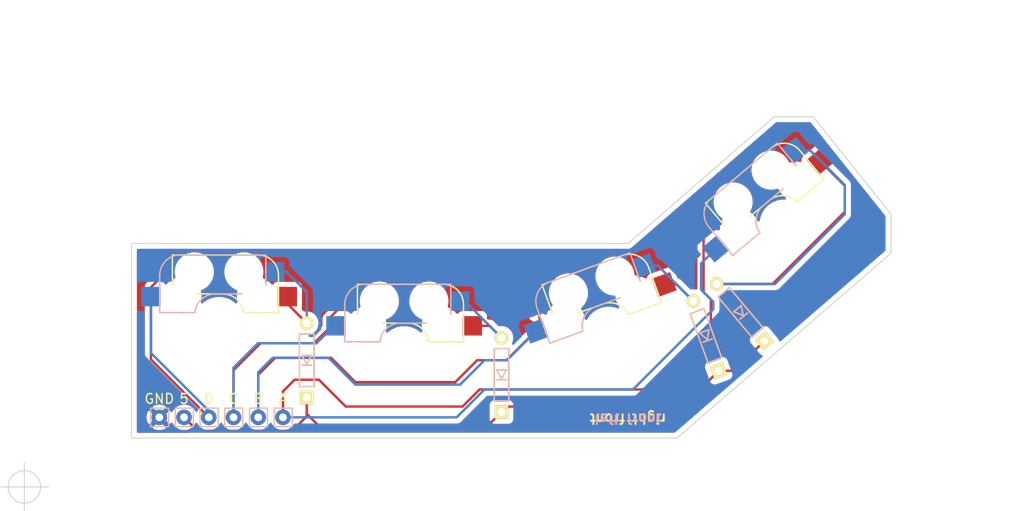
<source format=kicad_pcb>
(kicad_pcb (version 20171130) (host pcbnew 5.1.12)

  (general
    (thickness 1.6)
    (drawings 22)
    (tracks 92)
    (zones 0)
    (modules 14)
    (nets 11)
  )

  (page A4)
  (layers
    (0 F.Cu signal)
    (31 B.Cu signal)
    (32 B.Adhes user)
    (33 F.Adhes user)
    (34 B.Paste user)
    (35 F.Paste user)
    (36 B.SilkS user)
    (37 F.SilkS user)
    (38 B.Mask user)
    (39 F.Mask user)
    (40 Dwgs.User user)
    (41 Cmts.User user)
    (42 Eco1.User user)
    (43 Eco2.User user)
    (44 Edge.Cuts user)
    (45 Margin user)
    (46 B.CrtYd user)
    (47 F.CrtYd user)
    (48 B.Fab user)
    (49 F.Fab user)
  )

  (setup
    (last_trace_width 0.25)
    (trace_clearance 0.2)
    (zone_clearance 0.508)
    (zone_45_only no)
    (trace_min 0.2)
    (via_size 0.8)
    (via_drill 0.4)
    (via_min_size 0.4)
    (via_min_drill 0.3)
    (uvia_size 0.3)
    (uvia_drill 0.1)
    (uvias_allowed no)
    (uvia_min_size 0.2)
    (uvia_min_drill 0.1)
    (edge_width 0.1)
    (segment_width 0.2)
    (pcb_text_width 0.3)
    (pcb_text_size 1.5 1.5)
    (mod_edge_width 0.15)
    (mod_text_size 1 1)
    (mod_text_width 0.15)
    (pad_size 1.4 1.4)
    (pad_drill 0.7)
    (pad_to_mask_clearance 0)
    (aux_axis_origin 0 0)
    (visible_elements FFFFFF7F)
    (pcbplotparams
      (layerselection 0x010fc_ffffffff)
      (usegerberextensions false)
      (usegerberattributes true)
      (usegerberadvancedattributes true)
      (creategerberjobfile true)
      (excludeedgelayer true)
      (linewidth 0.100000)
      (plotframeref false)
      (viasonmask false)
      (mode 1)
      (useauxorigin false)
      (hpglpennumber 1)
      (hpglpenspeed 20)
      (hpglpendiameter 15.000000)
      (psnegative false)
      (psa4output false)
      (plotreference true)
      (plotvalue true)
      (plotinvisibletext false)
      (padsonsilk false)
      (subtractmaskfromsilk false)
      (outputformat 1)
      (mirror false)
      (drillshape 0)
      (scaleselection 1)
      (outputdirectory "../gerber/revG-thumb/"))
  )

  (net 0 "")
  (net 1 "Net-(D_LA5-Pad2)")
  (net 2 "Net-(D_LA5-Pad1)")
  (net 3 "Net-(D_LB5-Pad2)")
  (net 4 "Net-(D_LC5-Pad2)")
  (net 5 "Net-(H_LA1-Pad1)")
  (net 6 "Net-(H_LB1-Pad1)")
  (net 7 "Net-(H_LC1-Pad1)")
  (net 8 GND)
  (net 9 "Net-(D_LD5-Pad2)")
  (net 10 "Net-(H_LD5-Pad1)")

  (net_class Default "これはデフォルトのネット クラスです。"
    (clearance 0.2)
    (trace_width 0.25)
    (via_dia 0.8)
    (via_drill 0.4)
    (uvia_dia 0.3)
    (uvia_drill 0.1)
    (add_net GND)
    (add_net "Net-(D_LA5-Pad1)")
    (add_net "Net-(D_LA5-Pad2)")
    (add_net "Net-(D_LB5-Pad2)")
    (add_net "Net-(D_LC5-Pad2)")
    (add_net "Net-(D_LD5-Pad2)")
    (add_net "Net-(H_LA1-Pad1)")
    (add_net "Net-(H_LB1-Pad1)")
    (add_net "Net-(H_LC1-Pad1)")
    (add_net "Net-(H_LD5-Pad1)")
  )

  (module local:Pin_D0.8mm (layer F.Cu) (tedit 62DF4112) (tstamp 62DF9CCE)
    (at 26.4 52.86 180)
    (descr "solder Pin_ with flat fork, hole diameter 0.7mm, length 6.5mm, width 1.8mm")
    (tags "solder Pin_ with flat fork")
    (path /61A27B42)
    (fp_text reference H_L5 (at 0 -3.81) (layer F.Fab)
      (effects (font (size 0.8 0.8) (thickness 0.15)))
    )
    (fp_text value 5 (at 0 1.905) (layer F.SilkS)
      (effects (font (size 1 1) (thickness 0.15)))
    )
    (fp_line (start 0.9 0.95) (end -0.95 0.95) (layer B.SilkS) (width 0.12))
    (fp_line (start -0.95 0.95) (end -0.95 -0.95) (layer B.SilkS) (width 0.12))
    (fp_line (start 0.9 -0.95) (end 0.9 0.9) (layer B.SilkS) (width 0.12))
    (fp_line (start -0.95 -0.95) (end 0.9 -0.95) (layer B.SilkS) (width 0.12))
    (fp_line (start -0.95 -0.95) (end -0.95 0.95) (layer F.SilkS) (width 0.12))
    (fp_line (start -0.95 0.95) (end 0.9 0.95) (layer F.SilkS) (width 0.12))
    (fp_line (start 0.9 0.95) (end 0.9 -0.9) (layer F.SilkS) (width 0.12))
    (fp_line (start 0.9 -0.9) (end 0.9 -0.95) (layer F.SilkS) (width 0.12))
    (fp_line (start 0.9 -0.95) (end -0.95 -0.95) (layer F.SilkS) (width 0.12))
    (fp_line (start -0.9 -0.25) (end 0.85 -0.25) (layer F.Fab) (width 0.12))
    (fp_line (start 0.85 -0.25) (end 0.85 0.25) (layer F.Fab) (width 0.12))
    (fp_line (start 0.85 0.25) (end -0.9 0.25) (layer F.Fab) (width 0.12))
    (fp_line (start -0.9 0.25) (end -0.9 -0.25) (layer F.Fab) (width 0.12))
    (pad 1 thru_hole circle (at 0 0 180) (size 1.6 1.6) (drill 0.8) (layers *.Cu *.Mask)
      (net 2 "Net-(D_LA5-Pad1)"))
    (model ${KISYS3DMOD}/Connector_Pin.3dshapes/Pin_D0.7mm_L6.5mm_W1.8mm_FlatFork.wrl
      (at (xyz 0 0 0))
      (scale (xyz 1 1 1))
      (rotate (xyz 0 0 0))
    )
  )

  (module local:Pin_D0.8mm (layer F.Cu) (tedit 62DF4112) (tstamp 62DF9CE0)
    (at 36.56 52.86 180)
    (descr "solder Pin_ with flat fork, hole diameter 0.7mm, length 6.5mm, width 1.8mm")
    (tags "solder Pin_ with flat fork")
    (path /61A275B8)
    (fp_text reference H_LA1 (at 0 -3.81) (layer F.Fab)
      (effects (font (size 0.8 0.8) (thickness 0.15)))
    )
    (fp_text value A (at 0 1.905) (layer F.SilkS)
      (effects (font (size 1 1) (thickness 0.15)))
    )
    (fp_line (start 0.9 0.95) (end -0.95 0.95) (layer B.SilkS) (width 0.12))
    (fp_line (start -0.95 0.95) (end -0.95 -0.95) (layer B.SilkS) (width 0.12))
    (fp_line (start 0.9 -0.95) (end 0.9 0.9) (layer B.SilkS) (width 0.12))
    (fp_line (start -0.95 -0.95) (end 0.9 -0.95) (layer B.SilkS) (width 0.12))
    (fp_line (start -0.95 -0.95) (end -0.95 0.95) (layer F.SilkS) (width 0.12))
    (fp_line (start -0.95 0.95) (end 0.9 0.95) (layer F.SilkS) (width 0.12))
    (fp_line (start 0.9 0.95) (end 0.9 -0.9) (layer F.SilkS) (width 0.12))
    (fp_line (start 0.9 -0.9) (end 0.9 -0.95) (layer F.SilkS) (width 0.12))
    (fp_line (start 0.9 -0.95) (end -0.95 -0.95) (layer F.SilkS) (width 0.12))
    (fp_line (start -0.9 -0.25) (end 0.85 -0.25) (layer F.Fab) (width 0.12))
    (fp_line (start 0.85 -0.25) (end 0.85 0.25) (layer F.Fab) (width 0.12))
    (fp_line (start 0.85 0.25) (end -0.9 0.25) (layer F.Fab) (width 0.12))
    (fp_line (start -0.9 0.25) (end -0.9 -0.25) (layer F.Fab) (width 0.12))
    (pad 1 thru_hole circle (at 0 0 180) (size 1.6 1.6) (drill 0.8) (layers *.Cu *.Mask)
      (net 5 "Net-(H_LA1-Pad1)"))
    (model ${KISYS3DMOD}/Connector_Pin.3dshapes/Pin_D0.7mm_L6.5mm_W1.8mm_FlatFork.wrl
      (at (xyz 0 0 0))
      (scale (xyz 1 1 1))
      (rotate (xyz 0 0 0))
    )
  )

  (module local:Pin_D0.8mm (layer F.Cu) (tedit 62DF4112) (tstamp 62DF9CF2)
    (at 34.02 52.86 180)
    (descr "solder Pin_ with flat fork, hole diameter 0.7mm, length 6.5mm, width 1.8mm")
    (tags "solder Pin_ with flat fork")
    (path /61A25B2F)
    (fp_text reference H_LB1 (at 0 -3.81) (layer F.Fab)
      (effects (font (size 0.8 0.8) (thickness 0.15)))
    )
    (fp_text value B (at 0 1.905) (layer F.SilkS)
      (effects (font (size 1 1) (thickness 0.15)))
    )
    (fp_line (start 0.9 0.95) (end -0.95 0.95) (layer B.SilkS) (width 0.12))
    (fp_line (start -0.95 0.95) (end -0.95 -0.95) (layer B.SilkS) (width 0.12))
    (fp_line (start 0.9 -0.95) (end 0.9 0.9) (layer B.SilkS) (width 0.12))
    (fp_line (start -0.95 -0.95) (end 0.9 -0.95) (layer B.SilkS) (width 0.12))
    (fp_line (start -0.95 -0.95) (end -0.95 0.95) (layer F.SilkS) (width 0.12))
    (fp_line (start -0.95 0.95) (end 0.9 0.95) (layer F.SilkS) (width 0.12))
    (fp_line (start 0.9 0.95) (end 0.9 -0.9) (layer F.SilkS) (width 0.12))
    (fp_line (start 0.9 -0.9) (end 0.9 -0.95) (layer F.SilkS) (width 0.12))
    (fp_line (start 0.9 -0.95) (end -0.95 -0.95) (layer F.SilkS) (width 0.12))
    (fp_line (start -0.9 -0.25) (end 0.85 -0.25) (layer F.Fab) (width 0.12))
    (fp_line (start 0.85 -0.25) (end 0.85 0.25) (layer F.Fab) (width 0.12))
    (fp_line (start 0.85 0.25) (end -0.9 0.25) (layer F.Fab) (width 0.12))
    (fp_line (start -0.9 0.25) (end -0.9 -0.25) (layer F.Fab) (width 0.12))
    (pad 1 thru_hole circle (at 0 0 180) (size 1.6 1.6) (drill 0.8) (layers *.Cu *.Mask)
      (net 6 "Net-(H_LB1-Pad1)"))
    (model ${KISYS3DMOD}/Connector_Pin.3dshapes/Pin_D0.7mm_L6.5mm_W1.8mm_FlatFork.wrl
      (at (xyz 0 0 0))
      (scale (xyz 1 1 1))
      (rotate (xyz 0 0 0))
    )
  )

  (module local:Pin_D0.8mm (layer F.Cu) (tedit 62DF4112) (tstamp 62DF9D04)
    (at 31.48 52.86 180)
    (descr "solder Pin_ with flat fork, hole diameter 0.7mm, length 6.5mm, width 1.8mm")
    (tags "solder Pin_ with flat fork")
    (path /61A26894)
    (fp_text reference H_LC1 (at 0 -3.81) (layer F.Fab)
      (effects (font (size 0.8 0.8) (thickness 0.15)))
    )
    (fp_text value C (at 0 1.905) (layer F.SilkS)
      (effects (font (size 1 1) (thickness 0.15)))
    )
    (fp_line (start 0.9 0.95) (end -0.95 0.95) (layer B.SilkS) (width 0.12))
    (fp_line (start -0.95 0.95) (end -0.95 -0.95) (layer B.SilkS) (width 0.12))
    (fp_line (start 0.9 -0.95) (end 0.9 0.9) (layer B.SilkS) (width 0.12))
    (fp_line (start -0.95 -0.95) (end 0.9 -0.95) (layer B.SilkS) (width 0.12))
    (fp_line (start -0.95 -0.95) (end -0.95 0.95) (layer F.SilkS) (width 0.12))
    (fp_line (start -0.95 0.95) (end 0.9 0.95) (layer F.SilkS) (width 0.12))
    (fp_line (start 0.9 0.95) (end 0.9 -0.9) (layer F.SilkS) (width 0.12))
    (fp_line (start 0.9 -0.9) (end 0.9 -0.95) (layer F.SilkS) (width 0.12))
    (fp_line (start 0.9 -0.95) (end -0.95 -0.95) (layer F.SilkS) (width 0.12))
    (fp_line (start -0.9 -0.25) (end 0.85 -0.25) (layer F.Fab) (width 0.12))
    (fp_line (start 0.85 -0.25) (end 0.85 0.25) (layer F.Fab) (width 0.12))
    (fp_line (start 0.85 0.25) (end -0.9 0.25) (layer F.Fab) (width 0.12))
    (fp_line (start -0.9 0.25) (end -0.9 -0.25) (layer F.Fab) (width 0.12))
    (pad 1 thru_hole circle (at 0 0 180) (size 1.6 1.6) (drill 0.8) (layers *.Cu *.Mask)
      (net 7 "Net-(H_LC1-Pad1)"))
    (model ${KISYS3DMOD}/Connector_Pin.3dshapes/Pin_D0.7mm_L6.5mm_W1.8mm_FlatFork.wrl
      (at (xyz 0 0 0))
      (scale (xyz 1 1 1))
      (rotate (xyz 0 0 0))
    )
  )

  (module local:Pin_D0.8mm (layer F.Cu) (tedit 62DF4112) (tstamp 62DF9D16)
    (at 28.94 52.86 180)
    (descr "solder Pin_ with flat fork, hole diameter 0.7mm, length 6.5mm, width 1.8mm")
    (tags "solder Pin_ with flat fork")
    (path /62DEBDC6)
    (fp_text reference H_LD5 (at 0 -3.81) (layer F.Fab)
      (effects (font (size 0.8 0.8) (thickness 0.15)))
    )
    (fp_text value D (at 0 1.905) (layer F.SilkS)
      (effects (font (size 1 1) (thickness 0.15)))
    )
    (fp_line (start 0.9 0.95) (end -0.95 0.95) (layer B.SilkS) (width 0.12))
    (fp_line (start -0.95 0.95) (end -0.95 -0.95) (layer B.SilkS) (width 0.12))
    (fp_line (start 0.9 -0.95) (end 0.9 0.9) (layer B.SilkS) (width 0.12))
    (fp_line (start -0.95 -0.95) (end 0.9 -0.95) (layer B.SilkS) (width 0.12))
    (fp_line (start -0.95 -0.95) (end -0.95 0.95) (layer F.SilkS) (width 0.12))
    (fp_line (start -0.95 0.95) (end 0.9 0.95) (layer F.SilkS) (width 0.12))
    (fp_line (start 0.9 0.95) (end 0.9 -0.9) (layer F.SilkS) (width 0.12))
    (fp_line (start 0.9 -0.9) (end 0.9 -0.95) (layer F.SilkS) (width 0.12))
    (fp_line (start 0.9 -0.95) (end -0.95 -0.95) (layer F.SilkS) (width 0.12))
    (fp_line (start -0.9 -0.25) (end 0.85 -0.25) (layer F.Fab) (width 0.12))
    (fp_line (start 0.85 -0.25) (end 0.85 0.25) (layer F.Fab) (width 0.12))
    (fp_line (start 0.85 0.25) (end -0.9 0.25) (layer F.Fab) (width 0.12))
    (fp_line (start -0.9 0.25) (end -0.9 -0.25) (layer F.Fab) (width 0.12))
    (pad 1 thru_hole circle (at 0 0 180) (size 1.6 1.6) (drill 0.8) (layers *.Cu *.Mask)
      (net 10 "Net-(H_LD5-Pad1)"))
    (model ${KISYS3DMOD}/Connector_Pin.3dshapes/Pin_D0.7mm_L6.5mm_W1.8mm_FlatFork.wrl
      (at (xyz 0 0 0))
      (scale (xyz 1 1 1))
      (rotate (xyz 0 0 0))
    )
  )

  (module local:Pin_D0.8mm (layer F.Cu) (tedit 62DF4112) (tstamp 62DF9D28)
    (at 23.86 52.86 180)
    (descr "solder Pin_ with flat fork, hole diameter 0.7mm, length 6.5mm, width 1.8mm")
    (tags "solder Pin_ with flat fork")
    (path /61A27F0E)
    (fp_text reference H_LGND1 (at 0 -3.81) (layer F.Fab)
      (effects (font (size 0.8 0.8) (thickness 0.15)))
    )
    (fp_text value GND (at 0 1.905) (layer F.SilkS)
      (effects (font (size 1 1) (thickness 0.15)))
    )
    (fp_line (start 0.9 0.95) (end -0.95 0.95) (layer B.SilkS) (width 0.12))
    (fp_line (start -0.95 0.95) (end -0.95 -0.95) (layer B.SilkS) (width 0.12))
    (fp_line (start 0.9 -0.95) (end 0.9 0.9) (layer B.SilkS) (width 0.12))
    (fp_line (start -0.95 -0.95) (end 0.9 -0.95) (layer B.SilkS) (width 0.12))
    (fp_line (start -0.95 -0.95) (end -0.95 0.95) (layer F.SilkS) (width 0.12))
    (fp_line (start -0.95 0.95) (end 0.9 0.95) (layer F.SilkS) (width 0.12))
    (fp_line (start 0.9 0.95) (end 0.9 -0.9) (layer F.SilkS) (width 0.12))
    (fp_line (start 0.9 -0.9) (end 0.9 -0.95) (layer F.SilkS) (width 0.12))
    (fp_line (start 0.9 -0.95) (end -0.95 -0.95) (layer F.SilkS) (width 0.12))
    (fp_line (start -0.9 -0.25) (end 0.85 -0.25) (layer F.Fab) (width 0.12))
    (fp_line (start 0.85 -0.25) (end 0.85 0.25) (layer F.Fab) (width 0.12))
    (fp_line (start 0.85 0.25) (end -0.9 0.25) (layer F.Fab) (width 0.12))
    (fp_line (start -0.9 0.25) (end -0.9 -0.25) (layer F.Fab) (width 0.12))
    (pad 1 thru_hole circle (at 0 0 180) (size 1.6 1.6) (drill 0.8) (layers *.Cu *.Mask)
      (net 8 GND))
    (model ${KISYS3DMOD}/Connector_Pin.3dshapes/Pin_D0.7mm_L6.5mm_W1.8mm_FlatFork.wrl
      (at (xyz 0 0 0))
      (scale (xyz 1 1 1))
      (rotate (xyz 0 0 0))
    )
  )

  (module local:D_TH_Reversible (layer F.Cu) (tedit 6108B6D8) (tstamp 6266B1C6)
    (at 83.550979 42.081371 130)
    (descr "Resitance 3 pas")
    (tags R)
    (path /61A38A85)
    (autoplace_cost180 10)
    (fp_text reference D_LA5 (at 0.55 0 130) (layer F.Fab) hide
      (effects (font (size 0.5 0.5) (thickness 0.125)))
    )
    (fp_text value D_A5 (at -0.55 0 130) (layer F.Fab) hide
      (effects (font (size 0.5 0.5) (thickness 0.125)))
    )
    (fp_line (start 2.7 0.75) (end 2.7 -0.75) (layer B.SilkS) (width 0.15))
    (fp_line (start -2.7 0.75) (end 2.7 0.75) (layer B.SilkS) (width 0.15))
    (fp_line (start -2.7 -0.75) (end -2.7 0.75) (layer B.SilkS) (width 0.15))
    (fp_line (start 2.7 -0.75) (end -2.7 -0.75) (layer B.SilkS) (width 0.15))
    (fp_line (start 2.7 0.75) (end 2.7 -0.75) (layer F.SilkS) (width 0.15))
    (fp_line (start -2.7 0.75) (end 2.7 0.75) (layer F.SilkS) (width 0.15))
    (fp_line (start -2.7 -0.75) (end -2.7 0.75) (layer F.SilkS) (width 0.15))
    (fp_line (start 2.7 -0.75) (end -2.7 -0.75) (layer F.SilkS) (width 0.15))
    (fp_line (start -0.5 -0.5) (end -0.5 0.5) (layer F.SilkS) (width 0.15))
    (fp_line (start 0.5 0.5) (end -0.4 0) (layer F.SilkS) (width 0.15))
    (fp_line (start 0.5 -0.5) (end 0.5 0.5) (layer F.SilkS) (width 0.15))
    (fp_line (start -0.4 0) (end 0.5 -0.5) (layer F.SilkS) (width 0.15))
    (fp_line (start -0.5 -0.5) (end -0.5 0.5) (layer B.SilkS) (width 0.15))
    (fp_line (start 0.5 0.5) (end -0.4 0) (layer B.SilkS) (width 0.15))
    (fp_line (start 0.5 -0.5) (end 0.5 0.5) (layer B.SilkS) (width 0.15))
    (fp_line (start -0.4 0) (end 0.5 -0.5) (layer B.SilkS) (width 0.15))
    (pad 1 thru_hole rect (at -3.81 0 130) (size 1.397 1.397) (drill 0.8128) (layers *.Cu *.Mask F.SilkS)
      (net 2 "Net-(D_LA5-Pad1)"))
    (pad 2 thru_hole circle (at 3.81 0 130) (size 1.397 1.397) (drill 0.8128) (layers *.Cu *.Mask F.SilkS)
      (net 1 "Net-(D_LA5-Pad2)"))
    (model Diodes_SMD.3dshapes/SMB_Handsoldering.wrl
      (at (xyz 0 0 0))
      (scale (xyz 0.22 0.15 0.15))
      (rotate (xyz 0 0 180))
    )
  )

  (module local:D_TH_Reversible (layer F.Cu) (tedit 6108B6D8) (tstamp 6266B1DB)
    (at 80 44.5 110)
    (descr "Resitance 3 pas")
    (tags R)
    (path /61A3850D)
    (autoplace_cost180 10)
    (fp_text reference D_LB5 (at 0.55 0 110) (layer F.Fab) hide
      (effects (font (size 0.5 0.5) (thickness 0.125)))
    )
    (fp_text value D_B5 (at -0.55 0 110) (layer F.Fab) hide
      (effects (font (size 0.5 0.5) (thickness 0.125)))
    )
    (fp_line (start -0.4 0) (end 0.5 -0.5) (layer B.SilkS) (width 0.15))
    (fp_line (start 0.5 -0.5) (end 0.5 0.5) (layer B.SilkS) (width 0.15))
    (fp_line (start 0.5 0.5) (end -0.4 0) (layer B.SilkS) (width 0.15))
    (fp_line (start -0.5 -0.5) (end -0.5 0.5) (layer B.SilkS) (width 0.15))
    (fp_line (start -0.4 0) (end 0.5 -0.5) (layer F.SilkS) (width 0.15))
    (fp_line (start 0.5 -0.5) (end 0.5 0.5) (layer F.SilkS) (width 0.15))
    (fp_line (start 0.5 0.5) (end -0.4 0) (layer F.SilkS) (width 0.15))
    (fp_line (start -0.5 -0.5) (end -0.5 0.5) (layer F.SilkS) (width 0.15))
    (fp_line (start 2.7 -0.75) (end -2.7 -0.75) (layer F.SilkS) (width 0.15))
    (fp_line (start -2.7 -0.75) (end -2.7 0.75) (layer F.SilkS) (width 0.15))
    (fp_line (start -2.7 0.75) (end 2.7 0.75) (layer F.SilkS) (width 0.15))
    (fp_line (start 2.7 0.75) (end 2.7 -0.75) (layer F.SilkS) (width 0.15))
    (fp_line (start 2.7 -0.75) (end -2.7 -0.75) (layer B.SilkS) (width 0.15))
    (fp_line (start -2.7 -0.75) (end -2.7 0.75) (layer B.SilkS) (width 0.15))
    (fp_line (start -2.7 0.75) (end 2.7 0.75) (layer B.SilkS) (width 0.15))
    (fp_line (start 2.7 0.75) (end 2.7 -0.75) (layer B.SilkS) (width 0.15))
    (pad 2 thru_hole circle (at 3.81 0 110) (size 1.397 1.397) (drill 0.8128) (layers *.Cu *.Mask F.SilkS)
      (net 3 "Net-(D_LB5-Pad2)"))
    (pad 1 thru_hole rect (at -3.81 0 110) (size 1.397 1.397) (drill 0.8128) (layers *.Cu *.Mask F.SilkS)
      (net 2 "Net-(D_LA5-Pad1)"))
    (model Diodes_SMD.3dshapes/SMB_Handsoldering.wrl
      (at (xyz 0 0 0))
      (scale (xyz 0.22 0.15 0.15))
      (rotate (xyz 0 0 180))
    )
  )

  (module local:D_TH_Reversible (layer F.Cu) (tedit 6108B6D8) (tstamp 6266B1F0)
    (at 59 48.5 90)
    (descr "Resitance 3 pas")
    (tags R)
    (path /61A37E86)
    (autoplace_cost180 10)
    (fp_text reference D_LC5 (at 0.55 0 90) (layer F.Fab) hide
      (effects (font (size 0.5 0.5) (thickness 0.125)))
    )
    (fp_text value D_C5 (at -0.55 0 90) (layer F.Fab) hide
      (effects (font (size 0.5 0.5) (thickness 0.125)))
    )
    (fp_line (start 2.7 0.75) (end 2.7 -0.75) (layer B.SilkS) (width 0.15))
    (fp_line (start -2.7 0.75) (end 2.7 0.75) (layer B.SilkS) (width 0.15))
    (fp_line (start -2.7 -0.75) (end -2.7 0.75) (layer B.SilkS) (width 0.15))
    (fp_line (start 2.7 -0.75) (end -2.7 -0.75) (layer B.SilkS) (width 0.15))
    (fp_line (start 2.7 0.75) (end 2.7 -0.75) (layer F.SilkS) (width 0.15))
    (fp_line (start -2.7 0.75) (end 2.7 0.75) (layer F.SilkS) (width 0.15))
    (fp_line (start -2.7 -0.75) (end -2.7 0.75) (layer F.SilkS) (width 0.15))
    (fp_line (start 2.7 -0.75) (end -2.7 -0.75) (layer F.SilkS) (width 0.15))
    (fp_line (start -0.5 -0.5) (end -0.5 0.5) (layer F.SilkS) (width 0.15))
    (fp_line (start 0.5 0.5) (end -0.4 0) (layer F.SilkS) (width 0.15))
    (fp_line (start 0.5 -0.5) (end 0.5 0.5) (layer F.SilkS) (width 0.15))
    (fp_line (start -0.4 0) (end 0.5 -0.5) (layer F.SilkS) (width 0.15))
    (fp_line (start -0.5 -0.5) (end -0.5 0.5) (layer B.SilkS) (width 0.15))
    (fp_line (start 0.5 0.5) (end -0.4 0) (layer B.SilkS) (width 0.15))
    (fp_line (start 0.5 -0.5) (end 0.5 0.5) (layer B.SilkS) (width 0.15))
    (fp_line (start -0.4 0) (end 0.5 -0.5) (layer B.SilkS) (width 0.15))
    (pad 1 thru_hole rect (at -3.81 0 90) (size 1.397 1.397) (drill 0.8128) (layers *.Cu *.Mask F.SilkS)
      (net 2 "Net-(D_LA5-Pad1)"))
    (pad 2 thru_hole circle (at 3.81 0 90) (size 1.397 1.397) (drill 0.8128) (layers *.Cu *.Mask F.SilkS)
      (net 4 "Net-(D_LC5-Pad2)"))
    (model Diodes_SMD.3dshapes/SMB_Handsoldering.wrl
      (at (xyz 0 0 0))
      (scale (xyz 0.22 0.15 0.15))
      (rotate (xyz 0 0 180))
    )
  )

  (module local:CherryMX_Hotswap_Reversible (layer F.Cu) (tedit 61A48B05) (tstamp 6266B205)
    (at 88 33 40)
    (path /61A293DD)
    (fp_text reference SW_LA5 (at 6.858 -8.127999 40) (layer F.SilkS) hide
      (effects (font (size 1 1) (thickness 0.15)))
    )
    (fp_text value SW_PUSH-foostan (at 7.62 7.874 40) (layer F.Fab) hide
      (effects (font (size 1 1) (thickness 0.15)))
    )
    (fp_line (start 7 6) (end 7 7) (layer Eco1.User) (width 0.12))
    (fp_line (start 7 7) (end 6 7) (layer Eco1.User) (width 0.12))
    (fp_line (start 6 -7) (end 7 -7) (layer Eco1.User) (width 0.12))
    (fp_line (start 7 -7) (end 7 -6) (layer Eco1.User) (width 0.1))
    (fp_line (start -7 -6) (end -7 -7) (layer Eco1.User) (width 0.1))
    (fp_line (start -7 7) (end -7 6) (layer Eco1.User) (width 0.1))
    (fp_line (start 6.1 -0.896) (end 2.49 -0.896) (layer F.SilkS) (width 0.15))
    (fp_line (start 6.1 -4.85) (end 6.1 -0.905) (layer F.SilkS) (width 0.15))
    (fp_line (start -4.8 -6.804) (end 3.825 -6.804) (layer F.SilkS) (width 0.15))
    (fp_line (start -4.8 -2.896) (end -4.8 -6.804) (layer F.SilkS) (width 0.15))
    (fp_line (start -4.8 -2.85) (end 0.25 -2.804) (layer F.SilkS) (width 0.15))
    (fp_line (start 4.8 -2.85) (end -0.25 -2.804) (layer B.SilkS) (width 0.15))
    (fp_line (start 4.8 -2.896) (end 4.8 -6.804) (layer B.SilkS) (width 0.15))
    (fp_line (start 4.8 -6.804) (end -3.825 -6.804) (layer B.SilkS) (width 0.15))
    (fp_line (start -6.1 -4.85) (end -6.1 -0.905) (layer B.SilkS) (width 0.15))
    (fp_line (start -6.1 -0.896) (end -2.49 -0.896) (layer B.SilkS) (width 0.15))
    (fp_line (start -9.5 -9.5) (end 9.5 -9.5) (layer Dwgs.User) (width 0.1))
    (fp_line (start 9.5 -9.5) (end 9.5 9.5) (layer Dwgs.User) (width 0.1))
    (fp_line (start 9.5 9.5) (end -9.5 9.5) (layer Dwgs.User) (width 0.1))
    (fp_line (start -9.5 9.5) (end -9.5 -9.5) (layer Dwgs.User) (width 0.1))
    (fp_line (start -6 7) (end -7 7) (layer Eco1.User) (width 0.1))
    (fp_line (start -7 -7) (end -6 -7) (layer Eco1.User) (width 0.1))
    (fp_arc (start -4.015 -4.73) (end -3.825 -6.804) (angle -90) (layer B.SilkS) (width 0.15))
    (fp_arc (start -0.415 -0.73) (end -0.225 -2.8) (angle -90) (layer B.SilkS) (width 0.15))
    (fp_arc (start 0.415 -0.73) (end 0.225 -2.8) (angle 90) (layer F.SilkS) (width 0.15))
    (fp_arc (start 4.015 -4.73) (end 3.825 -6.804) (angle 90) (layer F.SilkS) (width 0.15))
    (pad 1 smd rect (at 5.7 -5.08 220) (size 2 2) (layers B.Cu B.Paste B.Mask)
      (net 1 "Net-(D_LA5-Pad2)"))
    (pad "" np_thru_hole circle (at -3.81 -2.54 220) (size 3 3) (drill 3) (layers *.Cu *.Mask)
      (clearance 0.25))
    (pad "" np_thru_hole circle (at 5.08 0 220) (size 1.702 1.702) (drill 1.702) (layers *.Cu *.Mask)
      (clearance 0.3))
    (pad "" np_thru_hole circle (at -5.08 0 220) (size 1.702 1.702) (drill 1.702) (layers *.Cu *.Mask)
      (clearance 0.3))
    (pad "" np_thru_hole circle (at 0 0 310) (size 3.988 3.988) (drill 3.988) (layers *.Cu *.Mask)
      (clearance 0.25))
    (pad "" np_thru_hole circle (at 2.54 -5.08 220) (size 3 3) (drill 3) (layers *.Cu *.Mask)
      (clearance 0.3))
    (pad 2 smd rect (at -7 -2.54 220) (size 2 2) (layers B.Cu B.Paste B.Mask)
      (net 5 "Net-(H_LA1-Pad1)"))
    (pad 1 smd rect (at 7 -2.54 220) (size 2 2) (layers F.Cu F.Paste F.Mask)
      (net 1 "Net-(D_LA5-Pad2)"))
    (pad "" np_thru_hole circle (at -2.54 -5.08 220) (size 3 3) (drill 3) (layers *.Cu *.Mask)
      (clearance 0.3))
    (pad "" np_thru_hole circle (at 3.81 -2.54 220) (size 3 3) (drill 3) (layers *.Cu *.Mask)
      (clearance 0.25))
    (pad 2 smd rect (at -5.7 -5.08 220) (size 2 2) (layers F.Cu F.Paste F.Mask)
      (net 5 "Net-(H_LA1-Pad1)"))
  )

  (module local:CherryMX_Hotswap_Reversible (layer F.Cu) (tedit 61A48B05) (tstamp 6266B22D)
    (at 70 44 20)
    (path /61A2B094)
    (fp_text reference SW_LB5 (at 6.858 -8.128 -160) (layer F.SilkS) hide
      (effects (font (size 1 1) (thickness 0.15)))
    )
    (fp_text value SW_PUSH-foostan (at 7.62 7.874 -160) (layer F.Fab) hide
      (effects (font (size 1 1) (thickness 0.15)))
    )
    (fp_line (start -7 -7) (end -6 -7) (layer Eco1.User) (width 0.1))
    (fp_line (start -6 7) (end -7 7) (layer Eco1.User) (width 0.1))
    (fp_line (start -9.5 9.5) (end -9.5 -9.5) (layer Dwgs.User) (width 0.1))
    (fp_line (start 9.5 9.5) (end -9.5 9.5) (layer Dwgs.User) (width 0.1))
    (fp_line (start 9.5 -9.5) (end 9.5 9.5) (layer Dwgs.User) (width 0.1))
    (fp_line (start -9.5 -9.5) (end 9.5 -9.5) (layer Dwgs.User) (width 0.1))
    (fp_line (start -6.1 -0.896) (end -2.49 -0.896) (layer B.SilkS) (width 0.15))
    (fp_line (start -6.1 -4.85) (end -6.1 -0.905) (layer B.SilkS) (width 0.15))
    (fp_line (start 4.8 -6.804) (end -3.825 -6.804) (layer B.SilkS) (width 0.15))
    (fp_line (start 4.8 -2.896) (end 4.8 -6.804) (layer B.SilkS) (width 0.15))
    (fp_line (start 4.8 -2.85) (end -0.25 -2.804) (layer B.SilkS) (width 0.15))
    (fp_line (start -4.8 -2.85) (end 0.25 -2.804) (layer F.SilkS) (width 0.15))
    (fp_line (start -4.8 -2.896) (end -4.8 -6.804) (layer F.SilkS) (width 0.15))
    (fp_line (start -4.8 -6.804) (end 3.825 -6.804) (layer F.SilkS) (width 0.15))
    (fp_line (start 6.1 -4.85) (end 6.1 -0.905) (layer F.SilkS) (width 0.15))
    (fp_line (start 6.1 -0.896) (end 2.49 -0.896) (layer F.SilkS) (width 0.15))
    (fp_line (start -7 7) (end -7 6) (layer Eco1.User) (width 0.1))
    (fp_line (start -7 -6) (end -7 -7) (layer Eco1.User) (width 0.1))
    (fp_line (start 7 -7) (end 7 -6) (layer Eco1.User) (width 0.1))
    (fp_line (start 6 -7) (end 7 -7) (layer Eco1.User) (width 0.12))
    (fp_line (start 7 7) (end 6 7) (layer Eco1.User) (width 0.12))
    (fp_line (start 7 6) (end 7 7) (layer Eco1.User) (width 0.12))
    (fp_arc (start 4.015 -4.73) (end 3.825 -6.804) (angle 90) (layer F.SilkS) (width 0.15))
    (fp_arc (start 0.415 -0.73) (end 0.225 -2.8) (angle 90) (layer F.SilkS) (width 0.15))
    (fp_arc (start -0.415 -0.73) (end -0.225 -2.8) (angle -90) (layer B.SilkS) (width 0.15))
    (fp_arc (start -4.015 -4.73) (end -3.825 -6.804) (angle -90) (layer B.SilkS) (width 0.15))
    (pad 2 smd rect (at -5.7 -5.08 200) (size 2 2) (layers F.Cu F.Paste F.Mask)
      (net 6 "Net-(H_LB1-Pad1)"))
    (pad "" np_thru_hole circle (at 3.81 -2.54 200) (size 3 3) (drill 3) (layers *.Cu *.Mask)
      (clearance 0.25))
    (pad "" np_thru_hole circle (at -2.54 -5.08 200) (size 3 3) (drill 3) (layers *.Cu *.Mask)
      (clearance 0.3))
    (pad 1 smd rect (at 7 -2.54 200) (size 2 2) (layers F.Cu F.Paste F.Mask)
      (net 3 "Net-(D_LB5-Pad2)"))
    (pad 2 smd rect (at -7 -2.54 200) (size 2 2) (layers B.Cu B.Paste B.Mask)
      (net 6 "Net-(H_LB1-Pad1)"))
    (pad "" np_thru_hole circle (at 2.54 -5.08 200) (size 3 3) (drill 3) (layers *.Cu *.Mask)
      (clearance 0.3))
    (pad "" np_thru_hole circle (at 0 0 290) (size 3.988 3.988) (drill 3.988) (layers *.Cu *.Mask)
      (clearance 0.25))
    (pad "" np_thru_hole circle (at -5.08 0 200) (size 1.702 1.702) (drill 1.702) (layers *.Cu *.Mask)
      (clearance 0.3))
    (pad "" np_thru_hole circle (at 5.08 0 200) (size 1.702 1.702) (drill 1.702) (layers *.Cu *.Mask)
      (clearance 0.3))
    (pad "" np_thru_hole circle (at -3.81 -2.54 200) (size 3 3) (drill 3) (layers *.Cu *.Mask)
      (clearance 0.25))
    (pad 1 smd rect (at 5.7 -5.08 200) (size 2 2) (layers B.Cu B.Paste B.Mask)
      (net 3 "Net-(D_LB5-Pad2)"))
  )

  (module local:CherryMX_Hotswap_Reversible (layer F.Cu) (tedit 61A48B05) (tstamp 6266B255)
    (at 49 46)
    (path /61A2FE9B)
    (fp_text reference SW_LC5 (at 6.858 -8.128 -180) (layer F.SilkS) hide
      (effects (font (size 1 1) (thickness 0.15)))
    )
    (fp_text value SW_PUSH-foostan (at 7.62 7.874 -180) (layer F.Fab) hide
      (effects (font (size 1 1) (thickness 0.15)))
    )
    (fp_line (start 7 6) (end 7 7) (layer Eco1.User) (width 0.12))
    (fp_line (start 7 7) (end 6 7) (layer Eco1.User) (width 0.12))
    (fp_line (start 6 -7) (end 7 -7) (layer Eco1.User) (width 0.12))
    (fp_line (start 7 -7) (end 7 -6) (layer Eco1.User) (width 0.1))
    (fp_line (start -7 -6) (end -7 -7) (layer Eco1.User) (width 0.1))
    (fp_line (start -7 7) (end -7 6) (layer Eco1.User) (width 0.1))
    (fp_line (start 6.1 -0.896) (end 2.49 -0.896) (layer F.SilkS) (width 0.15))
    (fp_line (start 6.1 -4.85) (end 6.1 -0.905) (layer F.SilkS) (width 0.15))
    (fp_line (start -4.8 -6.804) (end 3.825 -6.804) (layer F.SilkS) (width 0.15))
    (fp_line (start -4.8 -2.896) (end -4.8 -6.804) (layer F.SilkS) (width 0.15))
    (fp_line (start -4.8 -2.85) (end 0.25 -2.804) (layer F.SilkS) (width 0.15))
    (fp_line (start 4.8 -2.85) (end -0.25 -2.804) (layer B.SilkS) (width 0.15))
    (fp_line (start 4.8 -2.896) (end 4.8 -6.804) (layer B.SilkS) (width 0.15))
    (fp_line (start 4.8 -6.804) (end -3.825 -6.804) (layer B.SilkS) (width 0.15))
    (fp_line (start -6.1 -4.85) (end -6.1 -0.905) (layer B.SilkS) (width 0.15))
    (fp_line (start -6.1 -0.896) (end -2.49 -0.896) (layer B.SilkS) (width 0.15))
    (fp_line (start -9.5 -9.5) (end 9.5 -9.5) (layer Dwgs.User) (width 0.1))
    (fp_line (start 9.5 -9.5) (end 9.5 9.5) (layer Dwgs.User) (width 0.1))
    (fp_line (start 9.5 9.5) (end -9.5 9.5) (layer Dwgs.User) (width 0.1))
    (fp_line (start -9.5 9.5) (end -9.5 -9.5) (layer Dwgs.User) (width 0.1))
    (fp_line (start -6 7) (end -7 7) (layer Eco1.User) (width 0.1))
    (fp_line (start -7 -7) (end -6 -7) (layer Eco1.User) (width 0.1))
    (fp_arc (start -4.015 -4.73) (end -3.825 -6.804) (angle -90) (layer B.SilkS) (width 0.15))
    (fp_arc (start -0.415 -0.73) (end -0.225 -2.8) (angle -90) (layer B.SilkS) (width 0.15))
    (fp_arc (start 0.415 -0.73) (end 0.225 -2.8) (angle 90) (layer F.SilkS) (width 0.15))
    (fp_arc (start 4.015 -4.73) (end 3.825 -6.804) (angle 90) (layer F.SilkS) (width 0.15))
    (pad 1 smd rect (at 5.7 -5.08 180) (size 2 2) (layers B.Cu B.Paste B.Mask)
      (net 4 "Net-(D_LC5-Pad2)"))
    (pad "" np_thru_hole circle (at -3.81 -2.54 180) (size 3 3) (drill 3) (layers *.Cu *.Mask)
      (clearance 0.25))
    (pad "" np_thru_hole circle (at 5.08 0 180) (size 1.702 1.702) (drill 1.702) (layers *.Cu *.Mask)
      (clearance 0.3))
    (pad "" np_thru_hole circle (at -5.08 0 180) (size 1.702 1.702) (drill 1.702) (layers *.Cu *.Mask)
      (clearance 0.3))
    (pad "" np_thru_hole circle (at 0 0 270) (size 3.988 3.988) (drill 3.988) (layers *.Cu *.Mask)
      (clearance 0.25))
    (pad "" np_thru_hole circle (at 2.54 -5.08 180) (size 3 3) (drill 3) (layers *.Cu *.Mask)
      (clearance 0.3))
    (pad 2 smd rect (at -7 -2.54 180) (size 2 2) (layers B.Cu B.Paste B.Mask)
      (net 7 "Net-(H_LC1-Pad1)"))
    (pad 1 smd rect (at 7 -2.54 180) (size 2 2) (layers F.Cu F.Paste F.Mask)
      (net 4 "Net-(D_LC5-Pad2)"))
    (pad "" np_thru_hole circle (at -2.54 -5.08 180) (size 3 3) (drill 3) (layers *.Cu *.Mask)
      (clearance 0.3))
    (pad "" np_thru_hole circle (at 3.81 -2.54 180) (size 3 3) (drill 3) (layers *.Cu *.Mask)
      (clearance 0.25))
    (pad 2 smd rect (at -5.7 -5.08 180) (size 2 2) (layers F.Cu F.Paste F.Mask)
      (net 7 "Net-(H_LC1-Pad1)"))
  )

  (module local:D_TH_Reversible (layer F.Cu) (tedit 6108B6D8) (tstamp 62DE820F)
    (at 39 47 90)
    (descr "Resitance 3 pas")
    (tags R)
    (path /62DEBDD2)
    (autoplace_cost180 10)
    (fp_text reference D_LD5 (at 0.55 0 90) (layer F.Fab) hide
      (effects (font (size 0.5 0.5) (thickness 0.125)))
    )
    (fp_text value D_D5 (at -0.55 0 90) (layer F.Fab) hide
      (effects (font (size 0.5 0.5) (thickness 0.125)))
    )
    (fp_line (start -0.4 0) (end 0.5 -0.5) (layer B.SilkS) (width 0.15))
    (fp_line (start 0.5 -0.5) (end 0.5 0.5) (layer B.SilkS) (width 0.15))
    (fp_line (start 0.5 0.5) (end -0.4 0) (layer B.SilkS) (width 0.15))
    (fp_line (start -0.5 -0.5) (end -0.5 0.5) (layer B.SilkS) (width 0.15))
    (fp_line (start -0.4 0) (end 0.5 -0.5) (layer F.SilkS) (width 0.15))
    (fp_line (start 0.5 -0.5) (end 0.5 0.5) (layer F.SilkS) (width 0.15))
    (fp_line (start 0.5 0.5) (end -0.4 0) (layer F.SilkS) (width 0.15))
    (fp_line (start -0.5 -0.5) (end -0.5 0.5) (layer F.SilkS) (width 0.15))
    (fp_line (start 2.7 -0.75) (end -2.7 -0.75) (layer F.SilkS) (width 0.15))
    (fp_line (start -2.7 -0.75) (end -2.7 0.75) (layer F.SilkS) (width 0.15))
    (fp_line (start -2.7 0.75) (end 2.7 0.75) (layer F.SilkS) (width 0.15))
    (fp_line (start 2.7 0.75) (end 2.7 -0.75) (layer F.SilkS) (width 0.15))
    (fp_line (start 2.7 -0.75) (end -2.7 -0.75) (layer B.SilkS) (width 0.15))
    (fp_line (start -2.7 -0.75) (end -2.7 0.75) (layer B.SilkS) (width 0.15))
    (fp_line (start -2.7 0.75) (end 2.7 0.75) (layer B.SilkS) (width 0.15))
    (fp_line (start 2.7 0.75) (end 2.7 -0.75) (layer B.SilkS) (width 0.15))
    (pad 1 thru_hole rect (at -3.81 0 90) (size 1.397 1.397) (drill 0.8128) (layers *.Cu *.Mask F.SilkS)
      (net 2 "Net-(D_LA5-Pad1)"))
    (pad 2 thru_hole circle (at 3.81 0 90) (size 1.397 1.397) (drill 0.8128) (layers *.Cu *.Mask F.SilkS)
      (net 9 "Net-(D_LD5-Pad2)"))
    (model Diodes_SMD.3dshapes/SMB_Handsoldering.wrl
      (at (xyz 0 0 0))
      (scale (xyz 0.22 0.15 0.15))
      (rotate (xyz 0 0 180))
    )
  )

  (module local:CherryMX_Hotswap_Reversible (layer F.Cu) (tedit 61A48B05) (tstamp 62DE8246)
    (at 30 43)
    (path /62DEBDCC)
    (fp_text reference SW_LD5 (at 6.858 -8.128 180) (layer F.SilkS) hide
      (effects (font (size 1 1) (thickness 0.15)))
    )
    (fp_text value SW_PUSH-foostan (at 7.62 7.874 180) (layer F.Fab) hide
      (effects (font (size 1 1) (thickness 0.15)))
    )
    (fp_line (start -7 -7) (end -6 -7) (layer Eco1.User) (width 0.1))
    (fp_line (start -6 7) (end -7 7) (layer Eco1.User) (width 0.1))
    (fp_line (start -9.5 9.5) (end -9.5 -9.5) (layer Dwgs.User) (width 0.1))
    (fp_line (start 9.5 9.5) (end -9.5 9.5) (layer Dwgs.User) (width 0.1))
    (fp_line (start 9.5 -9.5) (end 9.5 9.5) (layer Dwgs.User) (width 0.1))
    (fp_line (start -9.5 -9.5) (end 9.5 -9.5) (layer Dwgs.User) (width 0.1))
    (fp_line (start -6.1 -0.896) (end -2.49 -0.896) (layer B.SilkS) (width 0.15))
    (fp_line (start -6.1 -4.85) (end -6.1 -0.905) (layer B.SilkS) (width 0.15))
    (fp_line (start 4.8 -6.804) (end -3.825 -6.804) (layer B.SilkS) (width 0.15))
    (fp_line (start 4.8 -2.896) (end 4.8 -6.804) (layer B.SilkS) (width 0.15))
    (fp_line (start 4.8 -2.85) (end -0.25 -2.804) (layer B.SilkS) (width 0.15))
    (fp_line (start -4.8 -2.85) (end 0.25 -2.804) (layer F.SilkS) (width 0.15))
    (fp_line (start -4.8 -2.896) (end -4.8 -6.804) (layer F.SilkS) (width 0.15))
    (fp_line (start -4.8 -6.804) (end 3.825 -6.804) (layer F.SilkS) (width 0.15))
    (fp_line (start 6.1 -4.85) (end 6.1 -0.905) (layer F.SilkS) (width 0.15))
    (fp_line (start 6.1 -0.896) (end 2.49 -0.896) (layer F.SilkS) (width 0.15))
    (fp_line (start -7 7) (end -7 6) (layer Eco1.User) (width 0.1))
    (fp_line (start -7 -6) (end -7 -7) (layer Eco1.User) (width 0.1))
    (fp_line (start 7 -7) (end 7 -6) (layer Eco1.User) (width 0.1))
    (fp_line (start 6 -7) (end 7 -7) (layer Eco1.User) (width 0.12))
    (fp_line (start 7 7) (end 6 7) (layer Eco1.User) (width 0.12))
    (fp_line (start 7 6) (end 7 7) (layer Eco1.User) (width 0.12))
    (fp_arc (start -4.015 -4.73) (end -3.825 -6.804) (angle -90) (layer B.SilkS) (width 0.15))
    (fp_arc (start -0.415 -0.73) (end -0.225 -2.8) (angle -90) (layer B.SilkS) (width 0.15))
    (fp_arc (start 0.415 -0.73) (end 0.225 -2.8) (angle 90) (layer F.SilkS) (width 0.15))
    (fp_arc (start 4.015 -4.73) (end 3.825 -6.804) (angle 90) (layer F.SilkS) (width 0.15))
    (pad 1 smd rect (at 5.7 -5.08 180) (size 2 2) (layers B.Cu B.Paste B.Mask)
      (net 9 "Net-(D_LD5-Pad2)"))
    (pad "" np_thru_hole circle (at -3.81 -2.54 180) (size 3 3) (drill 3) (layers *.Cu *.Mask)
      (clearance 0.25))
    (pad "" np_thru_hole circle (at 5.08 0 180) (size 1.702 1.702) (drill 1.702) (layers *.Cu *.Mask)
      (clearance 0.3))
    (pad "" np_thru_hole circle (at -5.08 0 180) (size 1.702 1.702) (drill 1.702) (layers *.Cu *.Mask)
      (clearance 0.3))
    (pad "" np_thru_hole circle (at 0 0 270) (size 3.988 3.988) (drill 3.988) (layers *.Cu *.Mask)
      (clearance 0.25))
    (pad "" np_thru_hole circle (at 2.54 -5.08 180) (size 3 3) (drill 3) (layers *.Cu *.Mask)
      (clearance 0.3))
    (pad 2 smd rect (at -7 -2.54 180) (size 2 2) (layers B.Cu B.Paste B.Mask)
      (net 10 "Net-(H_LD5-Pad1)"))
    (pad 1 smd rect (at 7 -2.54 180) (size 2 2) (layers F.Cu F.Paste F.Mask)
      (net 9 "Net-(D_LD5-Pad2)"))
    (pad "" np_thru_hole circle (at -2.54 -5.08 180) (size 3 3) (drill 3) (layers *.Cu *.Mask)
      (clearance 0.3))
    (pad "" np_thru_hole circle (at 3.81 -2.54 180) (size 3 3) (drill 3) (layers *.Cu *.Mask)
      (clearance 0.25))
    (pad 2 smd rect (at -5.7 -5.08 180) (size 2 2) (layers F.Cu F.Paste F.Mask)
      (net 10 "Net-(H_LD5-Pad1)"))
  )

  (gr_line (start 99 32) (end 99 36) (layer Edge.Cuts) (width 0.1) (tstamp 62DEA1D5))
  (gr_line (start 87 22) (end 91 22) (layer Edge.Cuts) (width 0.1) (tstamp 62DEA1D0))
  (gr_circle (center 79 21) (end 83 21) (layer Dwgs.User) (width 0.15) (tstamp 62DE8C9C))
  (gr_circle (center 16 46) (end 20 46) (layer Dwgs.User) (width 0.15) (tstamp 62DE8C9C))
  (gr_text "left front" (at 72 53 180) (layer B.SilkS) (tstamp 6266B286)
    (effects (font (size 1 1) (thickness 0.2)) (justify mirror))
  )
  (gr_line (start 108 38) (end 92 18) (layer Dwgs.User) (width 0.15) (tstamp 62644CA2))
  (gr_circle (center 90 54) (end 94 54) (layer Dwgs.User) (width 0.15) (tstamp 62644CA1))
  (gr_line (start 78 18) (end 92 18) (layer Dwgs.User) (width 0.15) (tstamp 62644C93))
  (gr_line (start 12 34) (end 78 18) (layer Dwgs.User) (width 0.15) (tstamp 62644C68))
  (gr_line (start 21 55) (end 77 55) (layer Edge.Cuts) (width 0.1) (tstamp 62644C2C))
  (gr_line (start 99 32) (end 91 22) (layer Edge.Cuts) (width 0.1) (tstamp 62644C2B))
  (gr_line (start 99 36) (end 77 55) (layer Edge.Cuts) (width 0.1) (tstamp 62644C2A))
  (gr_line (start 21 55) (end 21 35) (layer Edge.Cuts) (width 0.1) (tstamp 62644C29))
  (gr_line (start 21 35) (end 72 35) (layer Edge.Cuts) (width 0.1) (tstamp 62644C28))
  (gr_line (start 12 58) (end 12 34) (layer Dwgs.User) (width 0.15) (tstamp 62644C27))
  (gr_line (start 87 22) (end 72 35) (layer Edge.Cuts) (width 0.1) (tstamp 62644BD8))
  (gr_line (start 92 58) (end 108 38) (layer Dwgs.User) (width 0.15) (tstamp 62644BD7))
  (gr_line (start 12 58) (end 92 58) (layer Dwgs.User) (width 0.15) (tstamp 62644BD6))
  (gr_text "right front" (at 72 53 180) (layer F.SilkS)
    (effects (font (size 1 1) (thickness 0.2)))
  )
  (dimension 78 (width 0.15) (layer Dwgs.User)
    (gr_text "78.000 mm" (at 60 10.7) (layer Dwgs.User)
      (effects (font (size 1 1) (thickness 0.15)))
    )
    (feature1 (pts (xy 99 16) (xy 99 11.413579)))
    (feature2 (pts (xy 21 16) (xy 21 11.413579)))
    (crossbar (pts (xy 21 12) (xy 99 12)))
    (arrow1a (pts (xy 99 12) (xy 97.873496 12.586421)))
    (arrow1b (pts (xy 99 12) (xy 97.873496 11.413579)))
    (arrow2a (pts (xy 21 12) (xy 22.126504 12.586421)))
    (arrow2b (pts (xy 21 12) (xy 22.126504 11.413579)))
  )
  (dimension 33 (width 0.15) (layer Dwgs.User)
    (gr_text "33.000 mm" (at 111.3 38.5 270) (layer Dwgs.User)
      (effects (font (size 1 1) (thickness 0.15)))
    )
    (feature1 (pts (xy 94 55) (xy 110.586421 55)))
    (feature2 (pts (xy 94 22) (xy 110.586421 22)))
    (crossbar (pts (xy 110 22) (xy 110 55)))
    (arrow1a (pts (xy 110 55) (xy 109.413579 53.873496)))
    (arrow1b (pts (xy 110 55) (xy 110.586421 53.873496)))
    (arrow2a (pts (xy 110 22) (xy 109.413579 23.126504)))
    (arrow2b (pts (xy 110 22) (xy 110.586421 23.126504)))
  )
  (target plus (at 10 60) (size 5) (width 0.1) (layer Edge.Cuts))

  (segment (start 91.729631 26.554734) (end 94.25 29.075103) (width 0.25) (layer F.Cu) (net 1))
  (segment (start 94.25 29.075103) (end 94.25 31.75) (width 0.25) (layer F.Cu) (net 1))
  (segment (start 86.837258 39.162742) (end 81.101958 39.162742) (width 0.25) (layer F.Cu) (net 1))
  (segment (start 94.25 31.75) (end 86.837258 39.162742) (width 0.25) (layer F.Cu) (net 1))
  (segment (start 89.101092 25.444605) (end 90.694605 25.444605) (width 0.25) (layer B.Cu) (net 1))
  (segment (start 90.694605 25.444605) (end 94.25 29) (width 0.25) (layer B.Cu) (net 1))
  (segment (start 94.25 29) (end 94.25 32) (width 0.25) (layer B.Cu) (net 1))
  (segment (start 87.087258 39.162742) (end 81.101958 39.162742) (width 0.25) (layer B.Cu) (net 1))
  (segment (start 94.25 32) (end 87.087258 39.162742) (width 0.25) (layer B.Cu) (net 1))
  (segment (start 26.4 52.86) (end 27.79 54.25) (width 0.25) (layer F.Cu) (net 2))
  (segment (start 27.79 54.25) (end 37.5 54.25) (width 0.25) (layer F.Cu) (net 2))
  (segment (start 39 52.75) (end 39 50.81) (width 0.25) (layer F.Cu) (net 2))
  (segment (start 37.5 54.25) (end 39 52.75) (width 0.25) (layer F.Cu) (net 2))
  (segment (start 39 50.81) (end 39 52.5) (width 0.25) (layer F.Cu) (net 2))
  (segment (start 39 52.5) (end 40.25 53.75) (width 0.25) (layer F.Cu) (net 2))
  (segment (start 57.56 53.75) (end 59 52.31) (width 0.25) (layer F.Cu) (net 2))
  (segment (start 40.25 53.75) (end 57.56 53.75) (width 0.25) (layer F.Cu) (net 2))
  (segment (start 59 52.31) (end 59 52.5) (width 0.25) (layer F.Cu) (net 2))
  (segment (start 59 52.5) (end 59.75 51.75) (width 0.25) (layer F.Cu) (net 2))
  (segment (start 77.633326 51.75) (end 81.303097 48.080229) (width 0.25) (layer F.Cu) (net 2))
  (segment (start 59.75 51.75) (end 77.633326 51.75) (width 0.25) (layer F.Cu) (net 2))
  (segment (start 82.919771 48.080229) (end 86 45) (width 0.25) (layer F.Cu) (net 2))
  (segment (start 81.303097 48.080229) (end 82.919771 48.080229) (width 0.25) (layer F.Cu) (net 2))
  (segment (start 76.996172 39.21904) (end 78.696903 40.919771) (width 0.25) (layer F.Cu) (net 3))
  (segment (start 75.709117 39.21904) (end 76.996172 39.21904) (width 0.25) (layer F.Cu) (net 3))
  (segment (start 75.053979 37.276847) (end 78.696903 40.919771) (width 0.25) (layer B.Cu) (net 3))
  (segment (start 73.618786 37.276847) (end 75.053979 37.276847) (width 0.25) (layer B.Cu) (net 3))
  (segment (start 57.77 43.46) (end 59 44.69) (width 0.25) (layer F.Cu) (net 4))
  (segment (start 56 43.46) (end 57.77 43.46) (width 0.25) (layer F.Cu) (net 4))
  (segment (start 55.23 40.92) (end 59 44.69) (width 0.25) (layer B.Cu) (net 4))
  (segment (start 54.7 40.92) (end 55.23 40.92) (width 0.25) (layer B.Cu) (net 4))
  (segment (start 81.005008 35.55376) (end 79.5 37.058768) (width 0.25) (layer B.Cu) (net 5))
  (segment (start 79.5 37.058768) (end 79.5 39.75) (width 0.25) (layer B.Cu) (net 5))
  (segment (start 79.5 39.75) (end 80.75 41) (width 0.25) (layer B.Cu) (net 5))
  (segment (start 80.75 41) (end 80.75 41.75) (width 0.25) (layer B.Cu) (net 5))
  (segment (start 80.75 41.75) (end 72.5 50) (width 0.25) (layer B.Cu) (net 5))
  (segment (start 72.5 50) (end 57.25 50) (width 0.25) (layer B.Cu) (net 5))
  (segment (start 54.39 52.86) (end 36.56 52.86) (width 0.25) (layer B.Cu) (net 5))
  (segment (start 57.25 50) (end 54.39 52.86) (width 0.25) (layer B.Cu) (net 5))
  (segment (start 43 51.75) (end 40.25 49) (width 0.25) (layer F.Cu) (net 5))
  (segment (start 73.75 50) (end 56.75 50) (width 0.25) (layer F.Cu) (net 5))
  (segment (start 37.75 49) (end 36.56 50.19) (width 0.25) (layer F.Cu) (net 5))
  (segment (start 55 51.75) (end 43 51.75) (width 0.25) (layer F.Cu) (net 5))
  (segment (start 80.5 40.75) (end 80.5 43.25) (width 0.25) (layer F.Cu) (net 5))
  (segment (start 79.75 40) (end 80.5 40.75) (width 0.25) (layer F.Cu) (net 5))
  (segment (start 36.56 50.19) (end 36.56 52.86) (width 0.25) (layer F.Cu) (net 5))
  (segment (start 40.25 49) (end 37.75 49) (width 0.25) (layer F.Cu) (net 5))
  (segment (start 56.75 50) (end 55 51.75) (width 0.25) (layer F.Cu) (net 5))
  (segment (start 79.75 33.39057) (end 79.75 40) (width 0.25) (layer F.Cu) (net 5))
  (segment (start 80.5 43.25) (end 73.75 50) (width 0.25) (layer F.Cu) (net 5))
  (segment (start 80.368186 32.772384) (end 79.75 33.39057) (width 0.25) (layer F.Cu) (net 5))
  (segment (start 62.55342 44.007322) (end 59.560742 47) (width 0.25) (layer B.Cu) (net 6))
  (segment (start 59.560742 47) (end 57.25 47) (width 0.25) (layer B.Cu) (net 6))
  (segment (start 57.25 47) (end 54.75 49.5) (width 0.25) (layer B.Cu) (net 6))
  (segment (start 54.75 49.5) (end 44 49.5) (width 0.25) (layer B.Cu) (net 6))
  (segment (start 44 49.5) (end 41.25 46.75) (width 0.25) (layer B.Cu) (net 6))
  (segment (start 41.25 46.75) (end 35.5 46.75) (width 0.25) (layer B.Cu) (net 6))
  (segment (start 34.02 48.23) (end 34.02 52.86) (width 0.25) (layer B.Cu) (net 6))
  (segment (start 35.5 46.75) (end 34.02 48.23) (width 0.25) (layer B.Cu) (net 6))
  (segment (start 62.90629 41.175876) (end 62.90629 43.59371) (width 0.25) (layer F.Cu) (net 6))
  (segment (start 62.90629 43.59371) (end 59.5 47) (width 0.25) (layer F.Cu) (net 6))
  (segment (start 59.5 47) (end 56.5 47) (width 0.25) (layer F.Cu) (net 6))
  (segment (start 56.5 47) (end 54.25 49.25) (width 0.25) (layer F.Cu) (net 6))
  (segment (start 54.25 49.25) (end 44 49.25) (width 0.25) (layer F.Cu) (net 6))
  (segment (start 44 49.25) (end 41.5 46.75) (width 0.25) (layer F.Cu) (net 6))
  (segment (start 41.5 46.75) (end 35.75 46.75) (width 0.25) (layer F.Cu) (net 6))
  (segment (start 34.02 48.48) (end 34.02 52.86) (width 0.25) (layer F.Cu) (net 6))
  (segment (start 35.75 46.75) (end 34.02 48.48) (width 0.25) (layer F.Cu) (net 6))
  (segment (start 42 43.46) (end 41.79 43.46) (width 0.25) (layer B.Cu) (net 7))
  (segment (start 41.79 43.46) (end 40 45.25) (width 0.25) (layer B.Cu) (net 7))
  (segment (start 40 45.25) (end 34 45.25) (width 0.25) (layer B.Cu) (net 7))
  (segment (start 31.48 47.77) (end 31.48 52.86) (width 0.25) (layer B.Cu) (net 7))
  (segment (start 34 45.25) (end 31.48 47.77) (width 0.25) (layer B.Cu) (net 7))
  (segment (start 43.3 40.92) (end 43.08 40.92) (width 0.25) (layer F.Cu) (net 7))
  (segment (start 43.08 40.92) (end 41.25 42.75) (width 0.25) (layer F.Cu) (net 7))
  (segment (start 41.25 42.75) (end 41.25 43.75) (width 0.25) (layer F.Cu) (net 7))
  (segment (start 41.25 43.75) (end 39.75 45.25) (width 0.25) (layer F.Cu) (net 7))
  (segment (start 39.75 45.25) (end 34.25 45.25) (width 0.25) (layer F.Cu) (net 7))
  (segment (start 31.48 48.02) (end 31.48 52.86) (width 0.25) (layer F.Cu) (net 7))
  (segment (start 34.25 45.25) (end 31.48 48.02) (width 0.25) (layer F.Cu) (net 7))
  (segment (start 37 41.19) (end 39 43.19) (width 0.25) (layer F.Cu) (net 9))
  (segment (start 37 40.46) (end 37 41.19) (width 0.25) (layer F.Cu) (net 9))
  (segment (start 35.7 37.92) (end 36.92 37.92) (width 0.25) (layer B.Cu) (net 9))
  (segment (start 39 40) (end 39 43.19) (width 0.25) (layer B.Cu) (net 9))
  (segment (start 36.92 37.92) (end 39 40) (width 0.25) (layer B.Cu) (net 9))
  (segment (start 23 40.46) (end 23 46.25) (width 0.25) (layer B.Cu) (net 10))
  (segment (start 28.94 52.19) (end 28.94 52.86) (width 0.25) (layer B.Cu) (net 10))
  (segment (start 23 46.25) (end 28.94 52.19) (width 0.25) (layer B.Cu) (net 10))
  (segment (start 24.3 37.92) (end 24.3 38.2) (width 0.25) (layer F.Cu) (net 10))
  (segment (start 24.3 38.2) (end 23 39.5) (width 0.25) (layer F.Cu) (net 10))
  (segment (start 23 46.92) (end 28.94 52.86) (width 0.25) (layer F.Cu) (net 10))
  (segment (start 23 39.5) (end 23 46.92) (width 0.25) (layer F.Cu) (net 10))

  (zone (net 8) (net_name GND) (layer F.Cu) (tstamp 62DF476F) (hatch edge 0.508)
    (connect_pads (clearance 0.508))
    (min_thickness 0.254)
    (fill yes (arc_segments 32) (thermal_gap 0.508) (thermal_bridge_width 0.508))
    (polygon
      (pts
        (xy 99 32) (xy 99 36) (xy 77 55) (xy 21 55) (xy 21 35)
        (xy 72 35) (xy 87 22) (xy 91 22)
      )
    )
    (filled_polygon
      (pts
        (xy 92.229519 24.633433) (xy 92.147517 24.579925) (xy 92.031439 24.533321) (xy 91.9085 24.510258) (xy 91.783423 24.511622)
        (xy 91.661016 24.537362) (xy 91.545983 24.586487) (xy 91.442743 24.65711) (xy 89.910654 25.942685) (xy 89.823177 26.032093)
        (xy 89.754822 26.136848) (xy 89.708218 26.252926) (xy 89.685155 26.375865) (xy 89.686519 26.500942) (xy 89.688085 26.508389)
        (xy 89.496228 26.470226) (xy 89.07567 26.470226) (xy 88.663193 26.552273) (xy 88.616728 26.571519) (xy 88.572404 26.464512)
        (xy 88.338755 26.114831) (xy 88.041375 25.817451) (xy 87.691694 25.583802) (xy 87.303148 25.422861) (xy 86.890671 25.340814)
        (xy 86.470113 25.340814) (xy 86.057636 25.422861) (xy 85.66909 25.583802) (xy 85.319409 25.817451) (xy 85.022029 26.114831)
        (xy 84.78838 26.464512) (xy 84.627439 26.853058) (xy 84.545392 27.265535) (xy 84.545392 27.686093) (xy 84.627439 28.09857)
        (xy 84.78838 28.487116) (xy 85.022029 28.836797) (xy 85.319409 29.134177) (xy 85.66909 29.367826) (xy 86.057636 29.528767)
        (xy 86.470113 29.610814) (xy 86.890671 29.610814) (xy 87.303148 29.528767) (xy 87.349613 29.509521) (xy 87.393937 29.616528)
        (xy 87.627586 29.966209) (xy 87.924966 30.263589) (xy 88.085718 30.371) (xy 87.741066 30.371) (xy 87.233149 30.472031)
        (xy 86.754701 30.67021) (xy 86.32411 30.957922) (xy 85.957922 31.32411) (xy 85.67021 31.754701) (xy 85.472031 32.233149)
        (xy 85.394645 32.622196) (xy 85.340702 32.491966) (xy 85.107053 32.142285) (xy 84.809673 31.844905) (xy 84.677949 31.75689)
        (xy 84.680898 31.752477) (xy 84.841839 31.363931) (xy 84.923886 30.951454) (xy 84.923886 30.530896) (xy 84.841839 30.118419)
        (xy 84.680898 29.729873) (xy 84.447249 29.380192) (xy 84.149869 29.082812) (xy 83.800188 28.849163) (xy 83.411642 28.688222)
        (xy 82.999165 28.606175) (xy 82.578607 28.606175) (xy 82.16613 28.688222) (xy 81.777584 28.849163) (xy 81.427903 29.082812)
        (xy 81.130523 29.380192) (xy 80.896874 29.729873) (xy 80.735933 30.118419) (xy 80.653886 30.530896) (xy 80.653886 30.747949)
        (xy 80.547055 30.727908) (xy 80.421978 30.729272) (xy 80.299571 30.755012) (xy 80.184538 30.804137) (xy 80.081298 30.87476)
        (xy 78.549209 32.160335) (xy 78.461732 32.249743) (xy 78.393377 32.354498) (xy 78.346773 32.470576) (xy 78.32371 32.593515)
        (xy 78.325074 32.718592) (xy 78.350814 32.840999) (xy 78.399939 32.956032) (xy 78.470562 33.059272) (xy 78.99 33.678314)
        (xy 78.990001 39.618447) (xy 78.828241 39.586271) (xy 78.565565 39.586271) (xy 78.459335 39.607402) (xy 77.559976 38.708043)
        (xy 77.536173 38.679039) (xy 77.420448 38.584066) (xy 77.288419 38.513494) (xy 77.183989 38.481816) (xy 76.90638 37.719093)
        (xy 76.852284 37.606312) (xy 76.777225 37.506252) (xy 76.684087 37.422757) (xy 76.57645 37.359037) (xy 76.458449 37.317541)
        (xy 76.334621 37.299862) (xy 76.209723 37.306681) (xy 76.088555 37.337736) (xy 74.20917 38.021777) (xy 74.096389 38.075873)
        (xy 73.996329 38.150932) (xy 73.912834 38.24407) (xy 73.849114 38.351707) (xy 73.807618 38.469708) (xy 73.806961 38.474307)
        (xy 73.7228 38.418072) (xy 73.334254 38.257131) (xy 72.921777 38.175084) (xy 72.784357 38.175084) (xy 72.784357 38.147351)
        (xy 72.70231 37.734874) (xy 72.541369 37.346328) (xy 72.30772 36.996647) (xy 72.01034 36.699267) (xy 71.660659 36.465618)
        (xy 71.272113 36.304677) (xy 70.859636 36.22263) (xy 70.439078 36.22263) (xy 70.026601 36.304677) (xy 69.638055 36.465618)
        (xy 69.288374 36.699267) (xy 68.990994 36.996647) (xy 68.757345 37.346328) (xy 68.596404 37.734874) (xy 68.514357 38.147351)
        (xy 68.514357 38.567909) (xy 68.596404 38.980386) (xy 68.757345 39.368932) (xy 68.990994 39.718613) (xy 69.288374 40.015993)
        (xy 69.638055 40.249642) (xy 70.026601 40.410583) (xy 70.439078 40.49263) (xy 70.576498 40.49263) (xy 70.576498 40.520363)
        (xy 70.658545 40.93284) (xy 70.819486 41.321386) (xy 70.978806 41.559825) (xy 70.766851 41.472031) (xy 70.258934 41.371)
        (xy 69.741066 41.371) (xy 69.233149 41.472031) (xy 68.754701 41.67021) (xy 68.32411 41.957922) (xy 67.957922 42.32411)
        (xy 67.68604 42.73101) (xy 67.68604 42.705998) (xy 67.603993 42.293521) (xy 67.443052 41.904975) (xy 67.29971 41.690447)
        (xy 67.534081 41.456076) (xy 67.76773 41.106395) (xy 67.928671 40.717849) (xy 68.010718 40.305372) (xy 68.010718 39.884814)
        (xy 67.928671 39.472337) (xy 67.76773 39.083791) (xy 67.534081 38.73411) (xy 67.236701 38.43673) (xy 66.88702 38.203081)
        (xy 66.498474 38.04214) (xy 66.085997 37.960093) (xy 65.665439 37.960093) (xy 65.252962 38.04214) (xy 64.864416 38.203081)
        (xy 64.514735 38.43673) (xy 64.217355 38.73411) (xy 63.983706 39.083791) (xy 63.865135 39.370047) (xy 63.773623 39.315873)
        (xy 63.655622 39.274377) (xy 63.531794 39.256698) (xy 63.406896 39.263517) (xy 63.285728 39.294572) (xy 61.406343 39.978613)
        (xy 61.293562 40.032709) (xy 61.193502 40.107768) (xy 61.110007 40.200906) (xy 61.046287 40.308543) (xy 61.004791 40.426544)
        (xy 60.987112 40.550372) (xy 60.993931 40.67527) (xy 61.024986 40.796438) (xy 61.709027 42.675823) (xy 61.763123 42.788604)
        (xy 61.838182 42.888664) (xy 61.93132 42.972159) (xy 62.038957 43.035879) (xy 62.146291 43.073624) (xy 62.146291 43.278907)
        (xy 60.237016 45.188183) (xy 60.282254 45.078968) (xy 60.3335 44.821338) (xy 60.3335 44.558662) (xy 60.282254 44.301032)
        (xy 60.181732 44.058351) (xy 60.035797 43.839943) (xy 59.850057 43.654203) (xy 59.631649 43.508268) (xy 59.388968 43.407746)
        (xy 59.131338 43.3565) (xy 58.868662 43.3565) (xy 58.762432 43.377631) (xy 58.333804 42.949003) (xy 58.310001 42.919999)
        (xy 58.194276 42.825026) (xy 58.062247 42.754454) (xy 57.918986 42.710997) (xy 57.807333 42.7) (xy 57.807322 42.7)
        (xy 57.77 42.696324) (xy 57.732678 42.7) (xy 57.638072 42.7) (xy 57.638072 42.46) (xy 57.625812 42.335518)
        (xy 57.589502 42.21582) (xy 57.530537 42.105506) (xy 57.451185 42.008815) (xy 57.354494 41.929463) (xy 57.24418 41.870498)
        (xy 57.124482 41.834188) (xy 57 41.821928) (xy 55 41.821928) (xy 54.875518 41.834188) (xy 54.75582 41.870498)
        (xy 54.645506 41.929463) (xy 54.548815 42.008815) (xy 54.471247 42.103333) (xy 54.468363 42.099017) (xy 54.170983 41.801637)
        (xy 53.821302 41.567988) (xy 53.605698 41.478682) (xy 53.675 41.130279) (xy 53.675 40.709721) (xy 53.592953 40.297244)
        (xy 53.432012 39.908698) (xy 53.198363 39.559017) (xy 52.900983 39.261637) (xy 52.551302 39.027988) (xy 52.162756 38.867047)
        (xy 51.750279 38.785) (xy 51.329721 38.785) (xy 50.917244 38.867047) (xy 50.528698 39.027988) (xy 50.179017 39.261637)
        (xy 49.881637 39.559017) (xy 49.647988 39.908698) (xy 49.487047 40.297244) (xy 49.405 40.709721) (xy 49.405 41.130279)
        (xy 49.487047 41.542756) (xy 49.647988 41.931302) (xy 49.881637 42.280983) (xy 50.179017 42.578363) (xy 50.528698 42.812012)
        (xy 50.744302 42.901318) (xy 50.675 43.249721) (xy 50.675 43.670279) (xy 50.746202 44.028234) (xy 50.67589 43.957922)
        (xy 50.245299 43.67021) (xy 49.766851 43.472031) (xy 49.258934 43.371) (xy 48.741066 43.371) (xy 48.233149 43.472031)
        (xy 47.754701 43.67021) (xy 47.32411 43.957922) (xy 47.253798 44.028234) (xy 47.325 43.670279) (xy 47.325 43.249721)
        (xy 47.255698 42.901318) (xy 47.471302 42.812012) (xy 47.820983 42.578363) (xy 48.118363 42.280983) (xy 48.352012 41.931302)
        (xy 48.512953 41.542756) (xy 48.595 41.130279) (xy 48.595 40.709721) (xy 48.512953 40.297244) (xy 48.352012 39.908698)
        (xy 48.118363 39.559017) (xy 47.820983 39.261637) (xy 47.471302 39.027988) (xy 47.082756 38.867047) (xy 46.670279 38.785)
        (xy 46.249721 38.785) (xy 45.837244 38.867047) (xy 45.448698 39.027988) (xy 45.099017 39.261637) (xy 44.814585 39.546069)
        (xy 44.751185 39.468815) (xy 44.654494 39.389463) (xy 44.54418 39.330498) (xy 44.424482 39.294188) (xy 44.3 39.281928)
        (xy 42.3 39.281928) (xy 42.175518 39.294188) (xy 42.05582 39.330498) (xy 41.945506 39.389463) (xy 41.848815 39.468815)
        (xy 41.769463 39.565506) (xy 41.710498 39.67582) (xy 41.674188 39.795518) (xy 41.661928 39.92) (xy 41.661928 41.26327)
        (xy 40.739003 42.186196) (xy 40.709999 42.209999) (xy 40.674487 42.253271) (xy 40.615026 42.325724) (xy 40.551226 42.445084)
        (xy 40.544454 42.457754) (xy 40.500997 42.601015) (xy 40.49 42.712668) (xy 40.49 42.712678) (xy 40.486324 42.75)
        (xy 40.49 42.787323) (xy 40.490001 43.435197) (xy 40.237016 43.688183) (xy 40.282254 43.578968) (xy 40.3335 43.321338)
        (xy 40.3335 43.058662) (xy 40.282254 42.801032) (xy 40.181732 42.558351) (xy 40.035797 42.339943) (xy 39.850057 42.154203)
        (xy 39.631649 42.008268) (xy 39.388968 41.907746) (xy 39.131338 41.8565) (xy 38.868662 41.8565) (xy 38.762432 41.877631)
        (xy 38.589321 41.704519) (xy 38.589502 41.70418) (xy 38.625812 41.584482) (xy 38.638072 41.46) (xy 38.638072 39.46)
        (xy 38.625812 39.335518) (xy 38.589502 39.21582) (xy 38.530537 39.105506) (xy 38.451185 39.008815) (xy 38.354494 38.929463)
        (xy 38.24418 38.870498) (xy 38.124482 38.834188) (xy 38 38.821928) (xy 36 38.821928) (xy 35.875518 38.834188)
        (xy 35.75582 38.870498) (xy 35.645506 38.929463) (xy 35.548815 39.008815) (xy 35.471247 39.103333) (xy 35.468363 39.099017)
        (xy 35.170983 38.801637) (xy 34.821302 38.567988) (xy 34.605698 38.478682) (xy 34.675 38.130279) (xy 34.675 37.709721)
        (xy 34.592953 37.297244) (xy 34.432012 36.908698) (xy 34.198363 36.559017) (xy 33.900983 36.261637) (xy 33.551302 36.027988)
        (xy 33.162756 35.867047) (xy 32.750279 35.785) (xy 32.329721 35.785) (xy 31.917244 35.867047) (xy 31.528698 36.027988)
        (xy 31.179017 36.261637) (xy 30.881637 36.559017) (xy 30.647988 36.908698) (xy 30.487047 37.297244) (xy 30.405 37.709721)
        (xy 30.405 38.130279) (xy 30.487047 38.542756) (xy 30.647988 38.931302) (xy 30.881637 39.280983) (xy 31.179017 39.578363)
        (xy 31.528698 39.812012) (xy 31.744302 39.901318) (xy 31.675 40.249721) (xy 31.675 40.670279) (xy 31.746202 41.028234)
        (xy 31.67589 40.957922) (xy 31.245299 40.67021) (xy 30.766851 40.472031) (xy 30.258934 40.371) (xy 29.741066 40.371)
        (xy 29.233149 40.472031) (xy 28.754701 40.67021) (xy 28.32411 40.957922) (xy 28.253798 41.028234) (xy 28.325 40.670279)
        (xy 28.325 40.249721) (xy 28.255698 39.901318) (xy 28.471302 39.812012) (xy 28.820983 39.578363) (xy 29.118363 39.280983)
        (xy 29.352012 38.931302) (xy 29.512953 38.542756) (xy 29.595 38.130279) (xy 29.595 37.709721) (xy 29.512953 37.297244)
        (xy 29.352012 36.908698) (xy 29.118363 36.559017) (xy 28.820983 36.261637) (xy 28.471302 36.027988) (xy 28.082756 35.867047)
        (xy 27.670279 35.785) (xy 27.249721 35.785) (xy 26.837244 35.867047) (xy 26.448698 36.027988) (xy 26.099017 36.261637)
        (xy 25.814585 36.546069) (xy 25.751185 36.468815) (xy 25.654494 36.389463) (xy 25.54418 36.330498) (xy 25.424482 36.294188)
        (xy 25.3 36.281928) (xy 23.3 36.281928) (xy 23.175518 36.294188) (xy 23.05582 36.330498) (xy 22.945506 36.389463)
        (xy 22.848815 36.468815) (xy 22.769463 36.565506) (xy 22.710498 36.67582) (xy 22.674188 36.795518) (xy 22.661928 36.92)
        (xy 22.661928 38.763271) (xy 22.489003 38.936196) (xy 22.459999 38.959999) (xy 22.404871 39.027174) (xy 22.365026 39.075724)
        (xy 22.352576 39.099017) (xy 22.294454 39.207754) (xy 22.250997 39.351015) (xy 22.24 39.462668) (xy 22.24 39.462678)
        (xy 22.236324 39.5) (xy 22.24 39.537322) (xy 22.240001 46.882668) (xy 22.236324 46.92) (xy 22.240001 46.957333)
        (xy 22.250425 47.063163) (xy 22.250998 47.068985) (xy 22.294454 47.212246) (xy 22.365026 47.344276) (xy 22.430681 47.424276)
        (xy 22.46 47.460001) (xy 22.488998 47.483799) (xy 26.430198 51.425) (xy 26.258665 51.425) (xy 25.981426 51.480147)
        (xy 25.720273 51.58832) (xy 25.485241 51.745363) (xy 25.285363 51.945241) (xy 25.129085 52.179128) (xy 25.096671 52.118486)
        (xy 24.852702 52.046903) (xy 24.039605 52.86) (xy 24.852702 53.673097) (xy 25.096671 53.601514) (xy 25.127194 53.537008)
        (xy 25.12832 53.539727) (xy 25.285363 53.774759) (xy 25.485241 53.974637) (xy 25.720273 54.13168) (xy 25.981426 54.239853)
        (xy 26.258665 54.295) (xy 26.541335 54.295) (xy 26.723886 54.258688) (xy 26.780198 54.315) (xy 21.685 54.315)
        (xy 21.685 53.852702) (xy 23.046903 53.852702) (xy 23.118486 54.096671) (xy 23.373996 54.217571) (xy 23.648184 54.2863)
        (xy 23.930512 54.300217) (xy 24.21013 54.258787) (xy 24.476292 54.163603) (xy 24.601514 54.096671) (xy 24.673097 53.852702)
        (xy 23.86 53.039605) (xy 23.046903 53.852702) (xy 21.685 53.852702) (xy 21.685 52.930512) (xy 22.419783 52.930512)
        (xy 22.461213 53.21013) (xy 22.556397 53.476292) (xy 22.623329 53.601514) (xy 22.867298 53.673097) (xy 23.680395 52.86)
        (xy 22.867298 52.046903) (xy 22.623329 52.118486) (xy 22.502429 52.373996) (xy 22.4337 52.648184) (xy 22.419783 52.930512)
        (xy 21.685 52.930512) (xy 21.685 51.867298) (xy 23.046903 51.867298) (xy 23.86 52.680395) (xy 24.673097 51.867298)
        (xy 24.601514 51.623329) (xy 24.346004 51.502429) (xy 24.071816 51.4337) (xy 23.789488 51.419783) (xy 23.50987 51.461213)
        (xy 23.243708 51.556397) (xy 23.118486 51.623329) (xy 23.046903 51.867298) (xy 21.685 51.867298) (xy 21.685 35.685)
        (xy 71.94182 35.685) (xy 71.95096 35.686564) (xy 72.009155 35.685) (xy 72.033647 35.685) (xy 72.042838 35.684095)
        (xy 72.085843 35.682939) (xy 72.10981 35.677498) (xy 72.134283 35.675088) (xy 72.175475 35.662593) (xy 72.217429 35.653069)
        (xy 72.239874 35.643057) (xy 72.263406 35.635919) (xy 72.30137 35.615627) (xy 72.340659 35.598102) (xy 72.360719 35.583904)
        (xy 72.382407 35.572312) (xy 72.415679 35.545006) (xy 72.4232 35.539683) (xy 72.441672 35.523674) (xy 72.486711 35.486711)
        (xy 72.492597 35.479539) (xy 87.255527 22.685) (xy 90.670772 22.685)
      )
    )
  )
  (zone (net 8) (net_name GND) (layer B.Cu) (tstamp 62DF476C) (hatch edge 0.508)
    (connect_pads (clearance 0.508))
    (min_thickness 0.254)
    (fill yes (arc_segments 32) (thermal_gap 0.508) (thermal_bridge_width 0.508))
    (polygon
      (pts
        (xy 99 32) (xy 99 36) (xy 77 55) (xy 21 55) (xy 21 35)
        (xy 72 35) (xy 87 22) (xy 91 22)
      )
    )
    (filled_polygon
      (pts
        (xy 98.315 32.240285) (xy 98.315001 35.686491) (xy 87.601955 44.938667) (xy 87.592609 44.894223) (xy 87.543484 44.77919)
        (xy 87.472861 44.67595) (xy 86.574887 43.605786) (xy 86.485479 43.518309) (xy 86.380724 43.449954) (xy 86.264646 43.40335)
        (xy 86.141707 43.380287) (xy 86.01663 43.381651) (xy 85.894223 43.407391) (xy 85.77919 43.456516) (xy 85.67595 43.527139)
        (xy 84.605786 44.425113) (xy 84.518309 44.514521) (xy 84.449954 44.619276) (xy 84.40335 44.735354) (xy 84.380287 44.858293)
        (xy 84.381651 44.98337) (xy 84.407391 45.105777) (xy 84.456516 45.22081) (xy 84.527139 45.32405) (xy 85.425113 46.394214)
        (xy 85.514521 46.481691) (xy 85.619276 46.550046) (xy 85.699059 46.582078) (xy 76.745149 54.315) (xy 21.685 54.315)
        (xy 21.685 53.852702) (xy 23.046903 53.852702) (xy 23.118486 54.096671) (xy 23.373996 54.217571) (xy 23.648184 54.2863)
        (xy 23.930512 54.300217) (xy 24.21013 54.258787) (xy 24.476292 54.163603) (xy 24.601514 54.096671) (xy 24.673097 53.852702)
        (xy 23.86 53.039605) (xy 23.046903 53.852702) (xy 21.685 53.852702) (xy 21.685 52.930512) (xy 22.419783 52.930512)
        (xy 22.461213 53.21013) (xy 22.556397 53.476292) (xy 22.623329 53.601514) (xy 22.867298 53.673097) (xy 23.680395 52.86)
        (xy 22.867298 52.046903) (xy 22.623329 52.118486) (xy 22.502429 52.373996) (xy 22.4337 52.648184) (xy 22.419783 52.930512)
        (xy 21.685 52.930512) (xy 21.685 51.867298) (xy 23.046903 51.867298) (xy 23.86 52.680395) (xy 24.673097 51.867298)
        (xy 24.601514 51.623329) (xy 24.346004 51.502429) (xy 24.071816 51.4337) (xy 23.789488 51.419783) (xy 23.50987 51.461213)
        (xy 23.243708 51.556397) (xy 23.118486 51.623329) (xy 23.046903 51.867298) (xy 21.685 51.867298) (xy 21.685 42.011647)
        (xy 21.75582 42.049502) (xy 21.875518 42.085812) (xy 22 42.098072) (xy 22.24 42.098072) (xy 22.240001 46.212668)
        (xy 22.236324 46.25) (xy 22.250998 46.398985) (xy 22.294454 46.542246) (xy 22.365026 46.674276) (xy 22.436201 46.761002)
        (xy 22.46 46.790001) (xy 22.488998 46.813799) (xy 27.743282 52.068084) (xy 27.67 52.177759) (xy 27.514637 51.945241)
        (xy 27.314759 51.745363) (xy 27.079727 51.58832) (xy 26.818574 51.480147) (xy 26.541335 51.425) (xy 26.258665 51.425)
        (xy 25.981426 51.480147) (xy 25.720273 51.58832) (xy 25.485241 51.745363) (xy 25.285363 51.945241) (xy 25.129085 52.179128)
        (xy 25.096671 52.118486) (xy 24.852702 52.046903) (xy 24.039605 52.86) (xy 24.852702 53.673097) (xy 25.096671 53.601514)
        (xy 25.127194 53.537008) (xy 25.12832 53.539727) (xy 25.285363 53.774759) (xy 25.485241 53.974637) (xy 25.720273 54.13168)
        (xy 25.981426 54.239853) (xy 26.258665 54.295) (xy 26.541335 54.295) (xy 26.818574 54.239853) (xy 27.079727 54.13168)
        (xy 27.314759 53.974637) (xy 27.514637 53.774759) (xy 27.67 53.542241) (xy 27.825363 53.774759) (xy 28.025241 53.974637)
        (xy 28.260273 54.13168) (xy 28.521426 54.239853) (xy 28.798665 54.295) (xy 29.081335 54.295) (xy 29.358574 54.239853)
        (xy 29.619727 54.13168) (xy 29.854759 53.974637) (xy 30.054637 53.774759) (xy 30.21 53.542241) (xy 30.365363 53.774759)
        (xy 30.565241 53.974637) (xy 30.800273 54.13168) (xy 31.061426 54.239853) (xy 31.338665 54.295) (xy 31.621335 54.295)
        (xy 31.898574 54.239853) (xy 32.159727 54.13168) (xy 32.394759 53.974637) (xy 32.594637 53.774759) (xy 32.75 53.542241)
        (xy 32.905363 53.774759) (xy 33.105241 53.974637) (xy 33.340273 54.13168) (xy 33.601426 54.239853) (xy 33.878665 54.295)
        (xy 34.161335 54.295) (xy 34.438574 54.239853) (xy 34.699727 54.13168) (xy 34.934759 53.974637) (xy 35.134637 53.774759)
        (xy 35.29 53.542241) (xy 35.445363 53.774759) (xy 35.645241 53.974637) (xy 35.880273 54.13168) (xy 36.141426 54.239853)
        (xy 36.418665 54.295) (xy 36.701335 54.295) (xy 36.978574 54.239853) (xy 37.239727 54.13168) (xy 37.474759 53.974637)
        (xy 37.674637 53.774759) (xy 37.778043 53.62) (xy 54.352678 53.62) (xy 54.39 53.623676) (xy 54.427322 53.62)
        (xy 54.427333 53.62) (xy 54.538986 53.609003) (xy 54.682247 53.565546) (xy 54.814276 53.494974) (xy 54.930001 53.400001)
        (xy 54.953804 53.370997) (xy 56.713301 51.6115) (xy 57.663428 51.6115) (xy 57.663428 53.0085) (xy 57.675688 53.132982)
        (xy 57.711998 53.25268) (xy 57.770963 53.362994) (xy 57.850315 53.459685) (xy 57.947006 53.539037) (xy 58.05732 53.598002)
        (xy 58.177018 53.634312) (xy 58.3015 53.646572) (xy 59.6985 53.646572) (xy 59.822982 53.634312) (xy 59.94268 53.598002)
        (xy 60.052994 53.539037) (xy 60.149685 53.459685) (xy 60.229037 53.362994) (xy 60.288002 53.25268) (xy 60.324312 53.132982)
        (xy 60.336572 53.0085) (xy 60.336572 51.6115) (xy 60.324312 51.487018) (xy 60.288002 51.36732) (xy 60.229037 51.257006)
        (xy 60.149685 51.160315) (xy 60.052994 51.080963) (xy 59.94268 51.021998) (xy 59.822982 50.985688) (xy 59.6985 50.973428)
        (xy 58.3015 50.973428) (xy 58.177018 50.985688) (xy 58.05732 51.021998) (xy 57.947006 51.080963) (xy 57.850315 51.160315)
        (xy 57.770963 51.257006) (xy 57.711998 51.36732) (xy 57.675688 51.487018) (xy 57.663428 51.6115) (xy 56.713301 51.6115)
        (xy 57.564802 50.76) (xy 72.462678 50.76) (xy 72.5 50.763676) (xy 72.537322 50.76) (xy 72.537333 50.76)
        (xy 72.648986 50.749003) (xy 72.792247 50.705546) (xy 72.924276 50.634974) (xy 73.040001 50.540001) (xy 73.063804 50.510997)
        (xy 75.939878 47.634923) (xy 79.770356 47.634923) (xy 79.777175 47.759821) (xy 79.808229 47.880989) (xy 80.286031 49.193739)
        (xy 80.340128 49.30652) (xy 80.415187 49.40658) (xy 80.508325 49.490075) (xy 80.615962 49.553795) (xy 80.733962 49.595291)
        (xy 80.857791 49.61297) (xy 80.982689 49.606151) (xy 81.103857 49.575097) (xy 82.416607 49.097295) (xy 82.529388 49.043198)
        (xy 82.629448 48.968139) (xy 82.712943 48.875001) (xy 82.776663 48.767364) (xy 82.818159 48.649364) (xy 82.835838 48.525535)
        (xy 82.829019 48.400637) (xy 82.797965 48.279469) (xy 82.320163 46.966719) (xy 82.266066 46.853938) (xy 82.191007 46.753878)
        (xy 82.097869 46.670383) (xy 81.990232 46.606663) (xy 81.872232 46.565167) (xy 81.748403 46.547488) (xy 81.623505 46.554307)
        (xy 81.502337 46.585361) (xy 80.189587 47.063163) (xy 80.076806 47.11726) (xy 79.976746 47.192319) (xy 79.893251 47.285457)
        (xy 79.829531 47.393094) (xy 79.788035 47.511094) (xy 79.770356 47.634923) (xy 75.939878 47.634923) (xy 81.261003 42.313799)
        (xy 81.290001 42.290001) (xy 81.35088 42.21582) (xy 81.384974 42.174277) (xy 81.455546 42.042247) (xy 81.465853 42.008268)
        (xy 81.499003 41.898986) (xy 81.51 41.787333) (xy 81.51 41.787323) (xy 81.513676 41.75) (xy 81.51 41.712677)
        (xy 81.51 41.037323) (xy 81.513676 41) (xy 81.51 40.962677) (xy 81.51 40.962667) (xy 81.499003 40.851014)
        (xy 81.455546 40.707753) (xy 81.454366 40.705546) (xy 81.384974 40.575723) (xy 81.313799 40.488997) (xy 81.307613 40.481459)
        (xy 81.490926 40.444996) (xy 81.733607 40.344474) (xy 81.952015 40.198539) (xy 82.137755 40.012799) (xy 82.197929 39.922742)
        (xy 87.049936 39.922742) (xy 87.087258 39.926418) (xy 87.12458 39.922742) (xy 87.124591 39.922742) (xy 87.236244 39.911745)
        (xy 87.379505 39.868288) (xy 87.511534 39.797716) (xy 87.627259 39.702743) (xy 87.651062 39.673739) (xy 94.761003 32.563799)
        (xy 94.790001 32.540001) (xy 94.829422 32.491966) (xy 94.884974 32.424277) (xy 94.955546 32.292247) (xy 94.999003 32.148986)
        (xy 95.01 32.037333) (xy 95.01 32.037323) (xy 95.013676 32) (xy 95.01 31.962677) (xy 95.01 29.037323)
        (xy 95.013676 29) (xy 95.01 28.962677) (xy 95.01 28.962667) (xy 94.999003 28.851014) (xy 94.955546 28.707753)
        (xy 94.884974 28.575724) (xy 94.790001 28.459999) (xy 94.761004 28.436202) (xy 91.258409 24.933608) (xy 91.234606 24.904604)
        (xy 91.118881 24.809631) (xy 90.986852 24.739059) (xy 90.843591 24.695602) (xy 90.731938 24.684605) (xy 90.731927 24.684605)
        (xy 90.694605 24.680929) (xy 90.657283 24.684605) (xy 90.601728 24.684605) (xy 89.713141 23.625628) (xy 89.623733 23.538151)
        (xy 89.518978 23.469796) (xy 89.4029 23.423192) (xy 89.279961 23.400129) (xy 89.154884 23.401493) (xy 89.032477 23.427233)
        (xy 88.917444 23.476358) (xy 88.814204 23.546981) (xy 87.282115 24.832556) (xy 87.194638 24.921964) (xy 87.126283 25.026719)
        (xy 87.079679 25.142797) (xy 87.056616 25.265736) (xy 87.057797 25.374058) (xy 86.890671 25.340814) (xy 86.470113 25.340814)
        (xy 86.057636 25.422861) (xy 85.66909 25.583802) (xy 85.319409 25.817451) (xy 85.022029 26.114831) (xy 84.78838 26.464512)
        (xy 84.627439 26.853058) (xy 84.545392 27.265535) (xy 84.545392 27.686093) (xy 84.627439 28.09857) (xy 84.78838 28.487116)
        (xy 85.022029 28.836797) (xy 85.319409 29.134177) (xy 85.66909 29.367826) (xy 86.057636 29.528767) (xy 86.470113 29.610814)
        (xy 86.890671 29.610814) (xy 87.303148 29.528767) (xy 87.349613 29.509521) (xy 87.393937 29.616528) (xy 87.627586 29.966209)
        (xy 87.924966 30.263589) (xy 88.085718 30.371) (xy 87.741066 30.371) (xy 87.233149 30.472031) (xy 86.754701 30.67021)
        (xy 86.32411 30.957922) (xy 85.957922 31.32411) (xy 85.67021 31.754701) (xy 85.472031 32.233149) (xy 85.394645 32.622196)
        (xy 85.340702 32.491966) (xy 85.107053 32.142285) (xy 84.809673 31.844905) (xy 84.677949 31.75689) (xy 84.680898 31.752477)
        (xy 84.841839 31.363931) (xy 84.923886 30.951454) (xy 84.923886 30.530896) (xy 84.841839 30.118419) (xy 84.680898 29.729873)
        (xy 84.447249 29.380192) (xy 84.149869 29.082812) (xy 83.800188 28.849163) (xy 83.411642 28.688222) (xy 82.999165 28.606175)
        (xy 82.578607 28.606175) (xy 82.16613 28.688222) (xy 81.777584 28.849163) (xy 81.427903 29.082812) (xy 81.130523 29.380192)
        (xy 80.896874 29.729873) (xy 80.735933 30.118419) (xy 80.653886 30.530896) (xy 80.653886 30.951454) (xy 80.735933 31.363931)
        (xy 80.896874 31.752477) (xy 81.130523 32.102158) (xy 81.427903 32.399538) (xy 81.559627 32.487553) (xy 81.556678 32.491966)
        (xy 81.395737 32.880512) (xy 81.31369 33.292989) (xy 81.31369 33.535107) (xy 81.306816 33.532347) (xy 81.183877 33.509284)
        (xy 81.0588 33.510648) (xy 80.936393 33.536388) (xy 80.82136 33.585513) (xy 80.71812 33.656136) (xy 79.186031 34.941711)
        (xy 79.098554 35.031119) (xy 79.030199 35.135874) (xy 78.983595 35.251952) (xy 78.960532 35.374891) (xy 78.961896 35.499968)
        (xy 78.987636 35.622375) (xy 79.036761 35.737408) (xy 79.107384 35.840648) (xy 79.351907 36.13206) (xy 78.989003 36.494964)
        (xy 78.959999 36.518767) (xy 78.926967 36.559017) (xy 78.865026 36.634492) (xy 78.830647 36.698811) (xy 78.794454 36.766522)
        (xy 78.750997 36.909783) (xy 78.74 37.021436) (xy 78.74 37.021446) (xy 78.736324 37.058768) (xy 78.74 37.096091)
        (xy 78.740001 39.586271) (xy 78.565565 39.586271) (xy 78.459335 39.607401) (xy 75.617783 36.76585) (xy 75.59398 36.736846)
        (xy 75.478255 36.641873) (xy 75.346226 36.571301) (xy 75.202965 36.527844) (xy 75.091312 36.516847) (xy 75.091301 36.516847)
        (xy 75.085147 36.516241) (xy 74.816049 35.7769) (xy 74.761953 35.664119) (xy 74.686894 35.564059) (xy 74.593756 35.480564)
        (xy 74.486119 35.416844) (xy 74.368118 35.375348) (xy 74.24429 35.357669) (xy 74.119392 35.364488) (xy 73.998224 35.395543)
        (xy 72.118839 36.079584) (xy 72.006058 36.13368) (xy 71.905998 36.208739) (xy 71.822503 36.301877) (xy 71.758783 36.409514)
        (xy 71.724138 36.508033) (xy 71.660659 36.465618) (xy 71.272113 36.304677) (xy 70.859636 36.22263) (xy 70.439078 36.22263)
        (xy 70.026601 36.304677) (xy 69.638055 36.465618) (xy 69.288374 36.699267) (xy 68.990994 36.996647) (xy 68.757345 37.346328)
        (xy 68.596404 37.734874) (xy 68.514357 38.147351) (xy 68.514357 38.567909) (xy 68.596404 38.980386) (xy 68.757345 39.368932)
        (xy 68.990994 39.718613) (xy 69.288374 40.015993) (xy 69.638055 40.249642) (xy 70.026601 40.410583) (xy 70.439078 40.49263)
        (xy 70.576498 40.49263) (xy 70.576498 40.520363) (xy 70.658545 40.93284) (xy 70.819486 41.321386) (xy 70.978806 41.559825)
        (xy 70.766851 41.472031) (xy 70.258934 41.371) (xy 69.741066 41.371) (xy 69.233149 41.472031) (xy 68.754701 41.67021)
        (xy 68.32411 41.957922) (xy 67.957922 42.32411) (xy 67.68604 42.73101) (xy 67.68604 42.705998) (xy 67.603993 42.293521)
        (xy 67.443052 41.904975) (xy 67.29971 41.690447) (xy 67.534081 41.456076) (xy 67.76773 41.106395) (xy 67.928671 40.717849)
        (xy 68.010718 40.305372) (xy 68.010718 39.884814) (xy 67.928671 39.472337) (xy 67.76773 39.083791) (xy 67.534081 38.73411)
        (xy 67.236701 38.43673) (xy 66.88702 38.203081) (xy 66.498474 38.04214) (xy 66.085997 37.960093) (xy 65.665439 37.960093)
        (xy 65.252962 38.04214) (xy 64.864416 38.203081) (xy 64.514735 38.43673) (xy 64.217355 38.73411) (xy 63.983706 39.083791)
        (xy 63.822765 39.472337) (xy 63.740718 39.884814) (xy 63.740718 40.305372) (xy 63.822765 40.717849) (xy 63.983706 41.106395)
        (xy 64.127048 41.320923) (xy 63.892677 41.555294) (xy 63.659028 41.904975) (xy 63.531206 42.213564) (xy 63.52839 42.211039)
        (xy 63.420753 42.147319) (xy 63.302752 42.105823) (xy 63.178924 42.088144) (xy 63.054026 42.094963) (xy 62.932858 42.126018)
        (xy 61.053473 42.810059) (xy 60.940692 42.864155) (xy 60.840632 42.939214) (xy 60.757137 43.032352) (xy 60.693417 43.139989)
        (xy 60.651921 43.25799) (xy 60.634242 43.381818) (xy 60.641061 43.506716) (xy 60.672116 43.627884) (xy 60.98858 44.49736)
        (xy 60.194064 45.291876) (xy 60.282254 45.078968) (xy 60.3335 44.821338) (xy 60.3335 44.558662) (xy 60.282254 44.301032)
        (xy 60.181732 44.058351) (xy 60.035797 43.839943) (xy 59.850057 43.654203) (xy 59.631649 43.508268) (xy 59.388968 43.407746)
        (xy 59.131338 43.3565) (xy 58.868662 43.3565) (xy 58.762432 43.37763) (xy 56.338072 40.953271) (xy 56.338072 39.92)
        (xy 56.325812 39.795518) (xy 56.289502 39.67582) (xy 56.230537 39.565506) (xy 56.151185 39.468815) (xy 56.054494 39.389463)
        (xy 55.94418 39.330498) (xy 55.824482 39.294188) (xy 55.7 39.281928) (xy 53.7 39.281928) (xy 53.575518 39.294188)
        (xy 53.45582 39.330498) (xy 53.345506 39.389463) (xy 53.248815 39.468815) (xy 53.185415 39.546069) (xy 52.900983 39.261637)
        (xy 52.551302 39.027988) (xy 52.162756 38.867047) (xy 51.750279 38.785) (xy 51.329721 38.785) (xy 50.917244 38.867047)
        (xy 50.528698 39.027988) (xy 50.179017 39.261637) (xy 49.881637 39.559017) (xy 49.647988 39.908698) (xy 49.487047 40.297244)
        (xy 49.405 40.709721) (xy 49.405 41.130279) (xy 49.487047 41.542756) (xy 49.647988 41.931302) (xy 49.881637 42.280983)
        (xy 50.179017 42.578363) (xy 50.528698 42.812012) (xy 50.744302 42.901318) (xy 50.675 43.249721) (xy 50.675 43.670279)
        (xy 50.746202 44.028234) (xy 50.67589 43.957922) (xy 50.245299 43.67021) (xy 49.766851 43.472031) (xy 49.258934 43.371)
        (xy 48.741066 43.371) (xy 48.233149 43.472031) (xy 47.754701 43.67021) (xy 47.32411 43.957922) (xy 47.253798 44.028234)
        (xy 47.325 43.670279) (xy 47.325 43.249721) (xy 47.255698 42.901318) (xy 47.471302 42.812012) (xy 47.820983 42.578363)
        (xy 48.118363 42.280983) (xy 48.352012 41.931302) (xy 48.512953 41.542756) (xy 48.595 41.130279) (xy 48.595 40.709721)
        (xy 48.512953 40.297244) (xy 48.352012 39.908698) (xy 48.118363 39.559017) (xy 47.820983 39.261637) (xy 47.471302 39.027988)
        (xy 47.082756 38.867047) (xy 46.670279 38.785) (xy 46.249721 38.785) (xy 45.837244 38.867047) (xy 45.448698 39.027988)
        (xy 45.099017 39.261637) (xy 44.801637 39.559017) (xy 44.567988 39.908698) (xy 44.407047 40.297244) (xy 44.325 40.709721)
        (xy 44.325 41.130279) (xy 44.394302 41.478682) (xy 44.178698 41.567988) (xy 43.829017 41.801637) (xy 43.531637 42.099017)
        (xy 43.528753 42.103333) (xy 43.451185 42.008815) (xy 43.354494 41.929463) (xy 43.24418 41.870498) (xy 43.124482 41.834188)
        (xy 43 41.821928) (xy 41 41.821928) (xy 40.875518 41.834188) (xy 40.75582 41.870498) (xy 40.645506 41.929463)
        (xy 40.548815 42.008815) (xy 40.469463 42.105506) (xy 40.410498 42.21582) (xy 40.374188 42.335518) (xy 40.361928 42.46)
        (xy 40.361928 43.81327) (xy 39.685199 44.49) (xy 39.299753 44.49) (xy 39.388968 44.472254) (xy 39.631649 44.371732)
        (xy 39.850057 44.225797) (xy 40.035797 44.040057) (xy 40.181732 43.821649) (xy 40.282254 43.578968) (xy 40.3335 43.321338)
        (xy 40.3335 43.058662) (xy 40.282254 42.801032) (xy 40.181732 42.558351) (xy 40.035797 42.339943) (xy 39.850057 42.154203)
        (xy 39.76 42.094029) (xy 39.76 40.037322) (xy 39.763676 39.999999) (xy 39.76 39.962676) (xy 39.76 39.962667)
        (xy 39.749003 39.851014) (xy 39.705546 39.707753) (xy 39.634974 39.575724) (xy 39.540001 39.459999) (xy 39.511004 39.436202)
        (xy 37.483804 37.409003) (xy 37.460001 37.379999) (xy 37.344276 37.285026) (xy 37.338072 37.28171) (xy 37.338072 36.92)
        (xy 37.325812 36.795518) (xy 37.289502 36.67582) (xy 37.230537 36.565506) (xy 37.151185 36.468815) (xy 37.054494 36.389463)
        (xy 36.94418 36.330498) (xy 36.824482 36.294188) (xy 36.7 36.281928) (xy 34.7 36.281928) (xy 34.575518 36.294188)
        (xy 34.45582 36.330498) (xy 34.345506 36.389463) (xy 34.248815 36.468815) (xy 34.185415 36.546069) (xy 33.900983 36.261637)
        (xy 33.551302 36.027988) (xy 33.162756 35.867047) (xy 32.750279 35.785) (xy 32.329721 35.785) (xy 31.917244 35.867047)
        (xy 31.528698 36.027988) (xy 31.179017 36.261637) (xy 30.881637 36.559017) (xy 30.647988 36.908698) (xy 30.487047 37.297244)
        (xy 30.405 37.709721) (xy 30.405 38.130279) (xy 30.487047 38.542756) (xy 30.647988 38.931302) (xy 30.881637 39.280983)
        (xy 31.179017 39.578363) (xy 31.528698 39.812012) (xy 31.744302 39.901318) (xy 31.675 40.249721) (xy 31.675 40.670279)
        (xy 31.746202 41.028234) (xy 31.67589 40.957922) (xy 31.245299 40.67021) (xy 30.766851 40.472031) (xy 30.258934 40.371)
        (xy 29.741066 40.371) (xy 29.233149 40.472031) (xy 28.754701 40.67021) (xy 28.32411 40.957922) (xy 28.253798 41.028234)
        (xy 28.325 40.670279) (xy 28.325 40.249721) (xy 28.255698 39.901318) (xy 28.471302 39.812012) (xy 28.820983 39.578363)
        (xy 29.118363 39.280983) (xy 29.352012 38.931302) (xy 29.512953 38.542756) (xy 29.595 38.130279) (xy 29.595 37.709721)
        (xy 29.512953 37.297244) (xy 29.352012 36.908698) (xy 29.118363 36.559017) (xy 28.820983 36.261637) (xy 28.471302 36.027988)
        (xy 28.082756 35.867047) (xy 27.670279 35.785) (xy 27.249721 35.785) (xy 26.837244 35.867047) (xy 26.448698 36.027988)
        (xy 26.099017 36.261637) (xy 25.801637 36.559017) (xy 25.567988 36.908698) (xy 25.407047 37.297244) (xy 25.325 37.709721)
        (xy 25.325 38.130279) (xy 25.394302 38.478682) (xy 25.178698 38.567988) (xy 24.829017 38.801637) (xy 24.531637 39.099017)
        (xy 24.528753 39.103333) (xy 24.451185 39.008815) (xy 24.354494 38.929463) (xy 24.24418 38.870498) (xy 24.124482 38.834188)
        (xy 24 38.821928) (xy 22 38.821928) (xy 21.875518 38.834188) (xy 21.75582 38.870498) (xy 21.685 38.908353)
        (xy 21.685 35.685) (xy 71.94182 35.685) (xy 71.95096 35.686564) (xy 72.009155 35.685) (xy 72.033647 35.685)
        (xy 72.042838 35.684095) (xy 72.085843 35.682939) (xy 72.10981 35.677498) (xy 72.134283 35.675088) (xy 72.175475 35.662593)
        (xy 72.217429 35.653069) (xy 72.239874 35.643057) (xy 72.263406 35.635919) (xy 72.30137 35.615627) (xy 72.340659 35.598102)
        (xy 72.360719 35.583904) (xy 72.382407 35.572312) (xy 72.415679 35.545006) (xy 72.4232 35.539683) (xy 72.441672 35.523674)
        (xy 72.486711 35.486711) (xy 72.492597 35.479539) (xy 87.255527 22.685) (xy 90.670772 22.685)
      )
    )
  )
)

</source>
